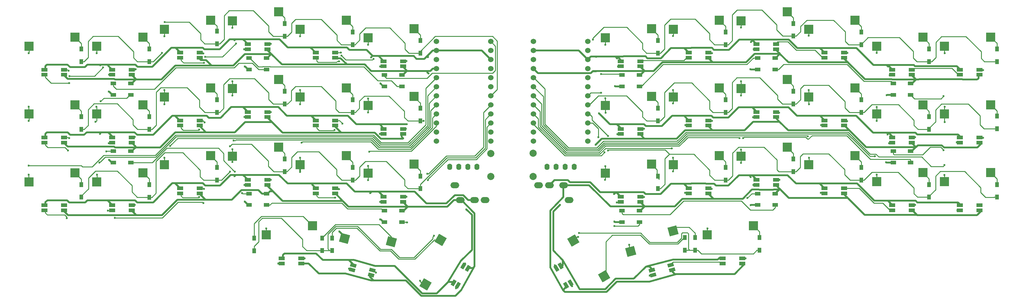
<source format=gbl>
G04 #@! TF.GenerationSoftware,KiCad,Pcbnew,(6.0.7)*
G04 #@! TF.CreationDate,2022-09-24T11:59:02+09:00*
G04 #@! TF.ProjectId,corne-cherry,636f726e-652d-4636-9865-7272792e6b69,3.0.1*
G04 #@! TF.SameCoordinates,Original*
G04 #@! TF.FileFunction,Copper,L2,Bot*
G04 #@! TF.FilePolarity,Positive*
%FSLAX46Y46*%
G04 Gerber Fmt 4.6, Leading zero omitted, Abs format (unit mm)*
G04 Created by KiCad (PCBNEW (6.0.7)) date 2022-09-24 11:59:02*
%MOMM*%
%LPD*%
G01*
G04 APERTURE LIST*
G04 Aperture macros list*
%AMRotRect*
0 Rectangle, with rotation*
0 The origin of the aperture is its center*
0 $1 length*
0 $2 width*
0 $3 Rotation angle, in degrees counterclockwise*
0 Add horizontal line*
21,1,$1,$2,0,0,$3*%
G04 Aperture macros list end*
G04 #@! TA.AperFunction,ComponentPad*
%ADD10C,1.524000*%
G04 #@! TD*
G04 #@! TA.AperFunction,ComponentPad*
%ADD11C,2.000000*%
G04 #@! TD*
G04 #@! TA.AperFunction,ComponentPad*
%ADD12O,1.397000X1.778000*%
G04 #@! TD*
G04 #@! TA.AperFunction,ComponentPad*
%ADD13O,2.500000X1.700000*%
G04 #@! TD*
G04 #@! TA.AperFunction,SMDPad,CuDef*
%ADD14RotRect,2.550000X2.500000X240.000000*%
G04 #@! TD*
G04 #@! TA.AperFunction,SMDPad,CuDef*
%ADD15RotRect,2.550000X2.500000X120.000000*%
G04 #@! TD*
G04 #@! TA.AperFunction,SMDPad,CuDef*
%ADD16R,1.500000X1.000000*%
G04 #@! TD*
G04 #@! TA.AperFunction,SMDPad,CuDef*
%ADD17RotRect,1.700000X1.000000X345.000000*%
G04 #@! TD*
G04 #@! TA.AperFunction,SMDPad,CuDef*
%ADD18R,1.700000X1.000000*%
G04 #@! TD*
G04 #@! TA.AperFunction,SMDPad,CuDef*
%ADD19RotRect,1.700000X1.000000X60.000000*%
G04 #@! TD*
G04 #@! TA.AperFunction,SMDPad,CuDef*
%ADD20RotRect,1.700000X1.000000X15.000000*%
G04 #@! TD*
G04 #@! TA.AperFunction,SMDPad,CuDef*
%ADD21RotRect,1.700000X1.000000X300.000000*%
G04 #@! TD*
G04 #@! TA.AperFunction,SMDPad,CuDef*
%ADD22R,2.550000X2.500000*%
G04 #@! TD*
G04 #@! TA.AperFunction,SMDPad,CuDef*
%ADD23RotRect,2.550000X2.500000X165.000000*%
G04 #@! TD*
G04 #@! TA.AperFunction,SMDPad,CuDef*
%ADD24RotRect,2.550000X2.500000X195.000000*%
G04 #@! TD*
G04 #@! TA.AperFunction,SMDPad,CuDef*
%ADD25R,1.000000X1.400000*%
G04 #@! TD*
G04 #@! TA.AperFunction,ViaPad*
%ADD26C,0.600000*%
G04 #@! TD*
G04 #@! TA.AperFunction,Conductor*
%ADD27C,0.250000*%
G04 #@! TD*
G04 #@! TA.AperFunction,Conductor*
%ADD28C,0.254000*%
G04 #@! TD*
G04 #@! TA.AperFunction,Conductor*
%ADD29C,0.508000*%
G04 #@! TD*
G04 #@! TA.AperFunction,Conductor*
%ADD30C,0.500000*%
G04 #@! TD*
G04 APERTURE END LIST*
D10*
X127203900Y-31942000D03*
X127203900Y-34482000D03*
X127203900Y-37022000D03*
X127203900Y-39562000D03*
X127203900Y-42102000D03*
X127203900Y-44642000D03*
X127203900Y-47182000D03*
X127203900Y-49722000D03*
X127203900Y-52262000D03*
X127203900Y-54802000D03*
X127203900Y-57342000D03*
X127203900Y-59882000D03*
X142423900Y-59882000D03*
X142423900Y-57342000D03*
X142423900Y-54802000D03*
X142423900Y-52262000D03*
X142423900Y-49722000D03*
X142423900Y-47182000D03*
X142423900Y-44642000D03*
X142423900Y-42102000D03*
X142423900Y-39562000D03*
X142423900Y-37022000D03*
X142423900Y-34482000D03*
X142423900Y-31942000D03*
X154378900Y-31912000D03*
X154378900Y-34452000D03*
X154378900Y-36992000D03*
X154378900Y-39532000D03*
X154378900Y-42072000D03*
X154378900Y-44612000D03*
X154378900Y-47152000D03*
X154378900Y-49692000D03*
X154378900Y-52232000D03*
X154378900Y-54772000D03*
X154378900Y-57312000D03*
X154378900Y-59852000D03*
X169598900Y-59852000D03*
X169598900Y-57312000D03*
X169598900Y-54772000D03*
X169598900Y-52232000D03*
X169598900Y-49692000D03*
X169598900Y-47152000D03*
X169598900Y-44612000D03*
X169598900Y-42072000D03*
X169598900Y-39532000D03*
X169598900Y-36992000D03*
X169598900Y-34452000D03*
X169598900Y-31912000D03*
D11*
X154304500Y-63272000D03*
X154304500Y-69772000D03*
X142424500Y-63281000D03*
X142424500Y-69781000D03*
D12*
X165797500Y-67020000D03*
X163257500Y-67020000D03*
X160717500Y-67020000D03*
X158177500Y-67020000D03*
X138568500Y-67028000D03*
X136028500Y-67028000D03*
X133488500Y-67028000D03*
X130948500Y-67028000D03*
D13*
X164337500Y-76370000D03*
X162837500Y-72170000D03*
X158837500Y-72170000D03*
X155837500Y-72170000D03*
X132334500Y-72192000D03*
X133834500Y-76392000D03*
X137834500Y-76392000D03*
X140834500Y-76392000D03*
D14*
X128379091Y-87555680D03*
X124115295Y-100020790D03*
D15*
X174184909Y-97669320D03*
X165521705Y-87744210D03*
D16*
X41557500Y-43680000D03*
X41557500Y-46880000D03*
X36657500Y-43680000D03*
X36657500Y-46880000D03*
X79557500Y-36555000D03*
X79557500Y-39755000D03*
X74657500Y-36555000D03*
X74657500Y-39755000D03*
X117557500Y-41305000D03*
X117557500Y-44505000D03*
X112657500Y-41305000D03*
X112657500Y-44505000D03*
X41557500Y-62680000D03*
X41557500Y-65880000D03*
X36657500Y-62680000D03*
X36657500Y-65880000D03*
X79557500Y-74555000D03*
X79557500Y-77755000D03*
X74657500Y-74555000D03*
X74657500Y-77755000D03*
X117557500Y-79305000D03*
X117557500Y-82505000D03*
X112657500Y-79305000D03*
X112657500Y-82505000D03*
X260057500Y-43680000D03*
X260057500Y-46880000D03*
X255157500Y-43680000D03*
X255157500Y-46880000D03*
X222057500Y-36555000D03*
X222057500Y-39755000D03*
X217157500Y-36555000D03*
X217157500Y-39755000D03*
X184057500Y-41305000D03*
X184057500Y-44505000D03*
X179157500Y-41305000D03*
X179157500Y-44505000D03*
X260057500Y-62680000D03*
X260057500Y-65880000D03*
X255157500Y-62680000D03*
X255157500Y-65880000D03*
X222057500Y-74555000D03*
X222057500Y-77755000D03*
X217157500Y-74555000D03*
X217157500Y-77755000D03*
X184057500Y-79305000D03*
X184057500Y-82505000D03*
X179157500Y-79305000D03*
X179157500Y-82505000D03*
D17*
X109215579Y-96028752D03*
X108853233Y-97381048D03*
X103902987Y-94605248D03*
X103540641Y-95957544D03*
D18*
X22857500Y-39830000D03*
X22857500Y-41230000D03*
X17357500Y-39830000D03*
X17357500Y-41230000D03*
X41857500Y-39830000D03*
X41857500Y-41230000D03*
X36357500Y-39830000D03*
X36357500Y-41230000D03*
X60857500Y-35080000D03*
X60857500Y-36480000D03*
X55357500Y-35080000D03*
X55357500Y-36480000D03*
X79857500Y-32705000D03*
X79857500Y-34105000D03*
X74357500Y-32705000D03*
X74357500Y-34105000D03*
X98857500Y-35080000D03*
X98857500Y-36480000D03*
X93357500Y-35080000D03*
X93357500Y-36480000D03*
X117857500Y-37455000D03*
X117857500Y-38855000D03*
X112357500Y-37455000D03*
X112357500Y-38855000D03*
X22857500Y-58830000D03*
X22857500Y-60230000D03*
X17357500Y-58830000D03*
X17357500Y-60230000D03*
X41857500Y-58830000D03*
X41857500Y-60230000D03*
X36357500Y-58830000D03*
X36357500Y-60230000D03*
X60857500Y-54080000D03*
X60857500Y-55480000D03*
X55357500Y-54080000D03*
X55357500Y-55480000D03*
X79857500Y-51705000D03*
X79857500Y-53105000D03*
X74357500Y-51705000D03*
X74357500Y-53105000D03*
X98857500Y-54080000D03*
X98857500Y-55480000D03*
X93357500Y-54080000D03*
X93357500Y-55480000D03*
X117857500Y-56455000D03*
X117857500Y-57855000D03*
X112357500Y-56455000D03*
X112357500Y-57855000D03*
X22857500Y-77830000D03*
X22857500Y-79230000D03*
X17357500Y-77830000D03*
X17357500Y-79230000D03*
X41857500Y-77830000D03*
X41857500Y-79230000D03*
X36357500Y-77830000D03*
X36357500Y-79230000D03*
X60857500Y-73080000D03*
X60857500Y-74480000D03*
X55357500Y-73080000D03*
X55357500Y-74480000D03*
X79857500Y-70705000D03*
X79857500Y-72105000D03*
X74357500Y-70705000D03*
X74357500Y-72105000D03*
X117857500Y-75455000D03*
X117857500Y-76855000D03*
X112357500Y-75455000D03*
X112357500Y-76855000D03*
X89357500Y-92705000D03*
X89357500Y-94105000D03*
X83857500Y-92705000D03*
X83857500Y-94105000D03*
D19*
X134739903Y-94798430D03*
X135952339Y-95498430D03*
X131989903Y-99561570D03*
X133202339Y-100261570D03*
D18*
X222357500Y-51705000D03*
X222357500Y-53105000D03*
X216857500Y-51705000D03*
X216857500Y-53105000D03*
X203357500Y-54080000D03*
X203357500Y-55480000D03*
X197857500Y-54080000D03*
X197857500Y-55480000D03*
X184357500Y-56455000D03*
X184357500Y-57855000D03*
X178857500Y-56455000D03*
X178857500Y-57855000D03*
X279357500Y-77830000D03*
X279357500Y-79230000D03*
X273857500Y-77830000D03*
X273857500Y-79230000D03*
X260357500Y-77830000D03*
X260357500Y-79230000D03*
X254857500Y-77830000D03*
X254857500Y-79230000D03*
X241357500Y-73080000D03*
X241357500Y-74480000D03*
X235857500Y-73080000D03*
X235857500Y-74480000D03*
X222357500Y-70705000D03*
X222357500Y-72105000D03*
X216857500Y-70705000D03*
X216857500Y-72105000D03*
X203357500Y-73080000D03*
X203357500Y-74480000D03*
X197857500Y-73080000D03*
X197857500Y-74480000D03*
X184357500Y-75455000D03*
X184357500Y-76855000D03*
X178857500Y-75455000D03*
X178857500Y-76855000D03*
X212857500Y-92705000D03*
X212857500Y-94105000D03*
X207357500Y-92705000D03*
X207357500Y-94105000D03*
D20*
X192819013Y-94600248D03*
X193181359Y-95952544D03*
X187506421Y-96023752D03*
X187868767Y-97376048D03*
D21*
X164732097Y-99556570D03*
X163519661Y-100256570D03*
X161982097Y-94793430D03*
X160769661Y-95493430D03*
D18*
X98857500Y-73080000D03*
X98857500Y-74480000D03*
X93357500Y-73080000D03*
X93357500Y-74480000D03*
X279357500Y-39830000D03*
X279357500Y-41230000D03*
X273857500Y-39830000D03*
X273857500Y-41230000D03*
X260357500Y-39830000D03*
X260357500Y-41230000D03*
X254857500Y-39830000D03*
X254857500Y-41230000D03*
X241357500Y-35080000D03*
X241357500Y-36480000D03*
X235857500Y-35080000D03*
X235857500Y-36480000D03*
X222357500Y-32705000D03*
X222357500Y-34105000D03*
X216857500Y-32705000D03*
X216857500Y-34105000D03*
X203357500Y-35080000D03*
X203357500Y-36480000D03*
X197857500Y-35080000D03*
X197857500Y-36480000D03*
X184357500Y-37455000D03*
X184357500Y-38855000D03*
X178857500Y-37455000D03*
X178857500Y-38855000D03*
X279357500Y-58830000D03*
X279357500Y-60230000D03*
X273857500Y-58830000D03*
X273857500Y-60230000D03*
X260357500Y-58830000D03*
X260357500Y-60230000D03*
X254857500Y-58830000D03*
X254857500Y-60230000D03*
X241357500Y-54080000D03*
X241357500Y-55480000D03*
X235857500Y-54080000D03*
X235857500Y-55480000D03*
D22*
X120949500Y-28325000D03*
X108022500Y-30865000D03*
X187456500Y-47320000D03*
X174529500Y-49860000D03*
X187456500Y-66320000D03*
X174529500Y-68860000D03*
X25949500Y-68700000D03*
X13022500Y-71240000D03*
X263456500Y-68695000D03*
X250529500Y-71235000D03*
X225456500Y-61570000D03*
X212529500Y-64110000D03*
X44949500Y-68700000D03*
X32022500Y-71240000D03*
X25949500Y-49700000D03*
X13022500Y-52240000D03*
X44949500Y-49700000D03*
X32022500Y-52240000D03*
X25949500Y-30700000D03*
X13022500Y-33240000D03*
X44949500Y-30700000D03*
X32022500Y-33240000D03*
X63949500Y-25950000D03*
X51022500Y-28490000D03*
X82949500Y-23575000D03*
X70022500Y-26115000D03*
X101949500Y-25950000D03*
X89022500Y-28490000D03*
X63949500Y-44950000D03*
X51022500Y-47490000D03*
X82949500Y-42575000D03*
X70022500Y-45115000D03*
X101949500Y-44950000D03*
X89022500Y-47490000D03*
X120949500Y-47325000D03*
X108022500Y-49865000D03*
X63949500Y-63950000D03*
X51022500Y-66490000D03*
X82949500Y-61575000D03*
X70022500Y-64115000D03*
X101949500Y-63950000D03*
X89022500Y-66490000D03*
X120949500Y-66325000D03*
X108022500Y-68865000D03*
X92449500Y-83575000D03*
X79522500Y-86115000D03*
D23*
X114565239Y-88010118D03*
X101421316Y-87117815D03*
D22*
X282456500Y-30695000D03*
X269529500Y-33235000D03*
X263456500Y-30695000D03*
X250529500Y-33235000D03*
X244456500Y-25945000D03*
X231529500Y-28485000D03*
X225456500Y-23570000D03*
X212529500Y-26110000D03*
X206456500Y-25945000D03*
X193529500Y-28485000D03*
X187449500Y-28325000D03*
X174522500Y-30865000D03*
X282456500Y-49695000D03*
X269529500Y-52235000D03*
X263456500Y-49695000D03*
X250529500Y-52235000D03*
X244456500Y-44945000D03*
X231529500Y-47485000D03*
X225456500Y-42570000D03*
X212529500Y-45110000D03*
X206456500Y-44945000D03*
X193529500Y-47485000D03*
X282456500Y-68695000D03*
X269529500Y-71235000D03*
X244456500Y-63945000D03*
X231529500Y-66485000D03*
X206456500Y-63945000D03*
X193529500Y-66485000D03*
X215956500Y-83570000D03*
X203029500Y-86110000D03*
D24*
X193442638Y-84981076D03*
X181613515Y-90780281D03*
D25*
X103707500Y-48255000D03*
X103707500Y-51805000D03*
X65707500Y-48255000D03*
X65707500Y-51805000D03*
X227214500Y-26875000D03*
X227214500Y-30425000D03*
X27734500Y-34001875D03*
X27734500Y-37551875D03*
X46734500Y-34005000D03*
X46734500Y-37555000D03*
X65707500Y-29005000D03*
X65707500Y-32555000D03*
X84707500Y-26880000D03*
X84707500Y-30430000D03*
X103707500Y-29255000D03*
X103707500Y-32805000D03*
X122707500Y-31630000D03*
X122707500Y-35180000D03*
X27734500Y-53001875D03*
X27734500Y-56551875D03*
X46734500Y-53005000D03*
X46734500Y-56555000D03*
X84707500Y-45880000D03*
X84707500Y-49430000D03*
X122707500Y-50630000D03*
X122707500Y-54180000D03*
X27734500Y-72001875D03*
X27734500Y-75551875D03*
X46734500Y-72005000D03*
X46734500Y-75555000D03*
X65707500Y-67255000D03*
X65707500Y-70805000D03*
X84707500Y-64880000D03*
X84707500Y-68430000D03*
X103707500Y-67255000D03*
X103707500Y-70805000D03*
X122707500Y-69630000D03*
X122707500Y-73180000D03*
X76157500Y-86995000D03*
X76157500Y-90545000D03*
X95164500Y-86990000D03*
X95164500Y-90540000D03*
X98007500Y-86990000D03*
X98007500Y-90540000D03*
X284214500Y-34000000D03*
X284214500Y-37550000D03*
X265214500Y-34000000D03*
X265214500Y-37550000D03*
X246214500Y-29250000D03*
X246214500Y-32800000D03*
X208214500Y-29250000D03*
X208214500Y-32800000D03*
X189207500Y-31630000D03*
X189207500Y-35180000D03*
X284214500Y-52850000D03*
X284214500Y-56400000D03*
X265214500Y-53000000D03*
X265214500Y-56550000D03*
X246214500Y-48250000D03*
X246214500Y-51800000D03*
X227214500Y-45875000D03*
X227214500Y-49425000D03*
X208214500Y-48250000D03*
X208214500Y-51800000D03*
X189207500Y-50630000D03*
X189207500Y-54180000D03*
X284214500Y-72000000D03*
X284214500Y-75550000D03*
X265214500Y-72000000D03*
X265214500Y-75550000D03*
X246214500Y-67250000D03*
X246214500Y-70800000D03*
X227214500Y-64875000D03*
X227214500Y-68425000D03*
X208214500Y-67250000D03*
X208214500Y-70800000D03*
X189207500Y-69630000D03*
X189207500Y-73180000D03*
X217714500Y-86860000D03*
X217714500Y-90410000D03*
X199664500Y-86875000D03*
X199664500Y-90425000D03*
X196814500Y-86875000D03*
X196814500Y-90425000D03*
D26*
X50307500Y-35105000D03*
X51107500Y-26505000D03*
X123607500Y-54205000D03*
X124607500Y-69005000D03*
X69382500Y-61305000D03*
X69382500Y-68405000D03*
X126493737Y-86382353D03*
X124807500Y-70805000D03*
X124807500Y-36305000D03*
X111507500Y-43705000D03*
X70632500Y-31605000D03*
X73507500Y-38905000D03*
X33032500Y-38605000D03*
X35407500Y-46005000D03*
X32932500Y-57805000D03*
X35507500Y-65105000D03*
X70632500Y-69705000D03*
X73507500Y-76804998D03*
X108632500Y-74405000D03*
X111407500Y-81805000D03*
X118907500Y-55105000D03*
X126297500Y-77305000D03*
X135547500Y-78960000D03*
X108862510Y-36393716D03*
X117907500Y-59105000D03*
X124957510Y-40905000D03*
X13007500Y-35205000D03*
X13007500Y-50205000D03*
X13007500Y-54205000D03*
X13007500Y-69205000D03*
X13007500Y-66705000D03*
X32007500Y-35205000D03*
X32107500Y-69205000D03*
X31707500Y-54405000D03*
X31964840Y-50194907D03*
X32796949Y-65894449D03*
X51007500Y-30505000D03*
X51007500Y-45505000D03*
X51007500Y-49505000D03*
X51007500Y-64505000D03*
X52577078Y-61174578D03*
X70007500Y-28105000D03*
X70007500Y-43105000D03*
X70007500Y-47105000D03*
X70007500Y-62105000D03*
X70407500Y-59705000D03*
X70007500Y-65705000D03*
X79507500Y-84305000D03*
X89007500Y-30505000D03*
X89007500Y-45505000D03*
X89007500Y-49505000D03*
X89007500Y-64505000D03*
X89407500Y-60305000D03*
X89007500Y-68505000D03*
X100007500Y-85205000D03*
X108007500Y-32805000D03*
X108007500Y-47905000D03*
X108007500Y-51805000D03*
X108007500Y-66805000D03*
X108407504Y-62805000D03*
X108007500Y-70805000D03*
X122607500Y-99005000D03*
X173357500Y-46265000D03*
X171063762Y-31389024D03*
X175232500Y-58415010D03*
X175232500Y-62500000D03*
X172537500Y-58715000D03*
X167110558Y-85628058D03*
X173357500Y-41015000D03*
X269607500Y-35205000D03*
X269507500Y-69305000D03*
X269617500Y-54555000D03*
X269592510Y-50205000D03*
X269547500Y-66550000D03*
X250507500Y-35105000D03*
X250507500Y-50305000D03*
X250507500Y-54205000D03*
X250507500Y-69205000D03*
X249997500Y-64100010D03*
X231507500Y-30305000D03*
X231507500Y-45505000D03*
X231607500Y-49505000D03*
X231607500Y-64505000D03*
X231234449Y-58513051D03*
X212507500Y-28005000D03*
X212507500Y-43105000D03*
X212507500Y-47105000D03*
X212507500Y-62205000D03*
X203087500Y-84335000D03*
X212557500Y-65985000D03*
X212107500Y-59020000D03*
X193507500Y-30405000D03*
X193507500Y-45505000D03*
X193507500Y-49305000D03*
X193507500Y-64505000D03*
X193517500Y-68325000D03*
X181187500Y-88895000D03*
X193137500Y-61875000D03*
X174507500Y-32805000D03*
X174507500Y-47805000D03*
X174607500Y-51905000D03*
X174507500Y-66905000D03*
X174417500Y-70675000D03*
X166887500Y-86675000D03*
X174297500Y-63015000D03*
X171857490Y-40305000D03*
X171787500Y-60895000D03*
X171934500Y-36205000D03*
X161807500Y-77705000D03*
X177037500Y-82385000D03*
X176987500Y-74685000D03*
X215257500Y-69915000D03*
X253577500Y-58005000D03*
X253757500Y-38945000D03*
X215297500Y-32055000D03*
X177777500Y-36645000D03*
X177253436Y-44469389D03*
X215217502Y-77775000D03*
X215152490Y-39708861D03*
X253314993Y-46956653D03*
X253172490Y-65734017D03*
X172707500Y-52045000D03*
X33107500Y-48705000D03*
X34727500Y-62720000D03*
X80807500Y-32605000D03*
X62107506Y-37954990D03*
X71007500Y-32505000D03*
X62387500Y-36246952D03*
X118807500Y-37405000D03*
X99882500Y-37455000D03*
X100597500Y-35880000D03*
X109562521Y-36805000D03*
X24107500Y-40105000D03*
X24007500Y-62505000D03*
X35507500Y-41205000D03*
X42707500Y-58705000D03*
X60707500Y-56655000D03*
X61907500Y-35305000D03*
X73307500Y-34105000D03*
X80807500Y-51705000D03*
X98607500Y-56755000D03*
X100443699Y-35003426D03*
X111407500Y-38905000D03*
X118607500Y-56405000D03*
X24307500Y-59005000D03*
X23607500Y-81405000D03*
X35407500Y-60405000D03*
X42707500Y-77705000D03*
X73407500Y-53105000D03*
X80807500Y-70705000D03*
X98807500Y-75705000D03*
X100857500Y-54905000D03*
X111307500Y-57805000D03*
X118807500Y-75405000D03*
X73407500Y-72105000D03*
X90307500Y-92705000D03*
X111407500Y-76905000D03*
X135200692Y-94111767D03*
X110207500Y-96705000D03*
X82907500Y-94105000D03*
X119007500Y-82605000D03*
X132707500Y-101105000D03*
X269282500Y-47215000D03*
X269261664Y-62382960D03*
X280317500Y-39965000D03*
X272977500Y-60175000D03*
X261307500Y-58745000D03*
X254167500Y-41355002D03*
X223232169Y-51890331D03*
X216047500Y-34105000D03*
X204437500Y-35185000D03*
X196907500Y-55365000D03*
X185337500Y-56385000D03*
X178037510Y-38905000D03*
X70707500Y-68405000D03*
X72757500Y-74440000D03*
X42907500Y-39705000D03*
X33807500Y-39205000D03*
X24402733Y-41609990D03*
X24307500Y-43570010D03*
X62232510Y-54605000D03*
X60677169Y-75535331D03*
X37107500Y-81355000D03*
X35107500Y-79305000D03*
X61907500Y-77205000D03*
X62032510Y-73205000D03*
X99907500Y-73305000D03*
X102707500Y-95605000D03*
X214327500Y-75765000D03*
X213147500Y-58980002D03*
X160337500Y-94635000D03*
X177042490Y-83655000D03*
X280367500Y-58895000D03*
X273117500Y-79255000D03*
X261327500Y-77755000D03*
X254007500Y-60425000D03*
X242277500Y-54295000D03*
X234907500Y-74355000D03*
X223267169Y-70725331D03*
X215897500Y-53155000D03*
X204397500Y-54145000D03*
X196857500Y-74365000D03*
X185367500Y-75525000D03*
X177937500Y-57865000D03*
X213767500Y-92735000D03*
X216007500Y-72135000D03*
X204327500Y-73235000D03*
X186947500Y-97485000D03*
X165207500Y-100455000D03*
X177707500Y-77035000D03*
X242337500Y-35145000D03*
X234977500Y-55355000D03*
D27*
X122707500Y-34667319D02*
X122707500Y-35180000D01*
X142907500Y-30505000D02*
X126869819Y-30505000D01*
X126869819Y-30505000D02*
X122707500Y-34667319D01*
X144207500Y-31805000D02*
X142907500Y-30505000D01*
X144207500Y-45398400D02*
X144207500Y-31805000D01*
X142423900Y-47182000D02*
X144207500Y-45398400D01*
X42307500Y-36505000D02*
X43357500Y-37555000D01*
X42307500Y-34805000D02*
X42307500Y-36505000D01*
X38007500Y-30505000D02*
X42307500Y-34805000D01*
X29607500Y-31905000D02*
X31007500Y-30505000D01*
X29607500Y-36428875D02*
X29607500Y-31905000D01*
X43357500Y-37555000D02*
X46734500Y-37555000D01*
X31007500Y-30505000D02*
X38007500Y-30505000D01*
X28484500Y-37551875D02*
X29607500Y-36428875D01*
X27734500Y-37551875D02*
X28484500Y-37551875D01*
X47857500Y-37555000D02*
X50307500Y-35105000D01*
X46734500Y-37555000D02*
X47857500Y-37555000D01*
X62257500Y-32555000D02*
X61107500Y-31405000D01*
X61107500Y-31405000D02*
X61107500Y-29705000D01*
X65707500Y-32555000D02*
X62257500Y-32555000D01*
X61107500Y-29705000D02*
X57907500Y-26505000D01*
X57907500Y-26505000D02*
X51531764Y-26505000D01*
X51531764Y-26505000D02*
X51107500Y-26505000D01*
X66457500Y-32555000D02*
X67707500Y-31305000D01*
X65707500Y-32555000D02*
X66457500Y-32555000D01*
X67707500Y-31305000D02*
X67707500Y-24705000D01*
X67707500Y-24705000D02*
X69107500Y-23305000D01*
X69107500Y-23305000D02*
X75907500Y-23305000D01*
X75907500Y-23305000D02*
X80207500Y-27605000D01*
X80207500Y-27605000D02*
X80207500Y-29205000D01*
X83957500Y-30430000D02*
X84707500Y-30430000D01*
X80220686Y-29205000D02*
X81445686Y-30430000D01*
X81445686Y-30430000D02*
X83957500Y-30430000D01*
X80207500Y-29205000D02*
X80220686Y-29205000D01*
X85457500Y-30430000D02*
X86607500Y-29280000D01*
X84707500Y-30430000D02*
X85457500Y-30430000D01*
X86607500Y-29280000D02*
X86607500Y-26805000D01*
X86607500Y-26805000D02*
X87707500Y-25705000D01*
X87707500Y-25705000D02*
X94907500Y-25705000D01*
X94907500Y-25705000D02*
X99307500Y-30105000D01*
X99307500Y-30105000D02*
X99307500Y-31605000D01*
X100507500Y-32805000D02*
X103707500Y-32805000D01*
X99307500Y-31605000D02*
X100507500Y-32805000D01*
X121957500Y-35180000D02*
X122707500Y-35180000D01*
X119482500Y-35180000D02*
X121957500Y-35180000D01*
X118407500Y-34105000D02*
X119482500Y-35180000D01*
X114107500Y-28105000D02*
X118407500Y-32405000D01*
X107407500Y-28105000D02*
X114107500Y-28105000D01*
X118407500Y-32405000D02*
X118407500Y-34105000D01*
X105707500Y-29805000D02*
X107407500Y-28105000D01*
X105707500Y-31505000D02*
X105707500Y-29805000D01*
X104407500Y-32805000D02*
X105707500Y-31505000D01*
X103707500Y-32805000D02*
X104407500Y-32805000D01*
X27734500Y-32751875D02*
X27734500Y-34001875D01*
X27734500Y-32510000D02*
X27734500Y-32751875D01*
X25949500Y-30725000D02*
X27734500Y-32510000D01*
X25949500Y-30700000D02*
X25949500Y-30725000D01*
X122707500Y-54180000D02*
X122832500Y-54180000D01*
X45984500Y-56555000D02*
X46734500Y-56555000D01*
X42207500Y-55305000D02*
X43457500Y-56555000D01*
X42207500Y-53805000D02*
X42207500Y-55305000D01*
X37732501Y-49330001D02*
X42207500Y-53805000D01*
X43457500Y-56555000D02*
X45984500Y-56555000D01*
X31282499Y-49330001D02*
X37732501Y-49330001D01*
X29607500Y-51005000D02*
X31282499Y-49330001D01*
X29607500Y-55428875D02*
X29607500Y-51005000D01*
X28484500Y-56551875D02*
X29607500Y-55428875D01*
X27734500Y-56551875D02*
X28484500Y-56551875D01*
X60807500Y-50305000D02*
X62307500Y-51805000D01*
X48707500Y-46105000D02*
X49932501Y-44879999D01*
X62307500Y-51805000D02*
X65707500Y-51805000D01*
X49932501Y-44879999D02*
X57332501Y-44879999D01*
X60807500Y-48354998D02*
X60807500Y-50305000D01*
X48707500Y-55332000D02*
X48707500Y-46105000D01*
X47484500Y-56555000D02*
X48707500Y-55332000D01*
X57332501Y-44879999D02*
X60807500Y-48354998D01*
X46734500Y-56555000D02*
X47484500Y-56555000D01*
X81432500Y-49430000D02*
X84707500Y-49430000D01*
X80207500Y-46305000D02*
X80207500Y-48205000D01*
X76207500Y-42305000D02*
X80207500Y-46305000D01*
X69307500Y-42305000D02*
X76207500Y-42305000D01*
X67607500Y-44005000D02*
X69307500Y-42305000D01*
X80207500Y-48205000D02*
X81432500Y-49430000D01*
X67607500Y-50655000D02*
X67607500Y-44005000D01*
X66457500Y-51805000D02*
X67607500Y-50655000D01*
X65707500Y-51805000D02*
X66457500Y-51805000D01*
X85457500Y-49430000D02*
X86507500Y-48380000D01*
X84707500Y-49430000D02*
X85457500Y-49430000D01*
X86507500Y-48380000D02*
X86507500Y-45705000D01*
X86507500Y-45705000D02*
X87707500Y-44505000D01*
X87707500Y-44505000D02*
X94907500Y-44505000D01*
X94907500Y-44505000D02*
X99007500Y-48605000D01*
X99007500Y-48605000D02*
X99007500Y-50905000D01*
X99907500Y-51805000D02*
X103707500Y-51805000D01*
X99007500Y-50905000D02*
X99907500Y-51805000D01*
X118207500Y-51505000D02*
X118207500Y-53205000D01*
X118207500Y-53205000D02*
X119182500Y-54180000D01*
X113907500Y-47205000D02*
X118207500Y-51505000D01*
X107007500Y-47205000D02*
X113907500Y-47205000D01*
X105607500Y-48605000D02*
X107007500Y-47205000D01*
X105607500Y-50655000D02*
X105607500Y-48605000D01*
X104457500Y-51805000D02*
X105607500Y-50655000D01*
X119182500Y-54180000D02*
X122707500Y-54180000D01*
X103707500Y-51805000D02*
X104457500Y-51805000D01*
X122707500Y-54180000D02*
X123582500Y-54180000D01*
X123582500Y-54180000D02*
X123607500Y-54205000D01*
X125007500Y-69005000D02*
X124607500Y-69005000D01*
X130007500Y-64005000D02*
X125007500Y-69005000D01*
X142423900Y-49788600D02*
X140407500Y-51805000D01*
X140407500Y-61505000D02*
X137907500Y-64005000D01*
X140407500Y-51805000D02*
X140407500Y-61505000D01*
X137907500Y-64005000D02*
X130007500Y-64005000D01*
X142423900Y-49722000D02*
X142423900Y-49788600D01*
X46734500Y-32520000D02*
X46734500Y-34005000D01*
X44949500Y-30735000D02*
X46734500Y-32520000D01*
X44949500Y-30700000D02*
X44949500Y-30735000D01*
D28*
X141661901Y-53023999D02*
X142423900Y-52262000D01*
X140859511Y-53826389D02*
X141661901Y-53023999D01*
X140859511Y-61818989D02*
X140859511Y-53826389D01*
X138173500Y-64505000D02*
X140859511Y-61818989D01*
X130180900Y-64505000D02*
X138173500Y-64505000D01*
X122707500Y-71978400D02*
X130180900Y-64505000D01*
X122707500Y-73105000D02*
X122707500Y-71978400D01*
D27*
X43357500Y-75555000D02*
X46057500Y-75555000D01*
X41907500Y-72305000D02*
X41907500Y-74105000D01*
X37807500Y-68205000D02*
X41907500Y-72305000D01*
X29707500Y-70205000D02*
X31707500Y-68205000D01*
X41907500Y-74105000D02*
X43357500Y-75555000D01*
X31707500Y-68205000D02*
X37807500Y-68205000D01*
X29707500Y-73205000D02*
X29707500Y-70205000D01*
X46057500Y-75555000D02*
X46734500Y-75555000D01*
X27734500Y-75178000D02*
X29707500Y-73205000D01*
X27734500Y-75551875D02*
X27734500Y-75178000D01*
X84707500Y-68430000D02*
X81632500Y-68430000D01*
X81632500Y-68430000D02*
X80107500Y-66905000D01*
X80107500Y-66905000D02*
X80107500Y-65405000D01*
X80107500Y-65405000D02*
X75407500Y-60705000D01*
X69982500Y-60705000D02*
X69382500Y-61305000D01*
X75407500Y-60705000D02*
X69982500Y-60705000D01*
X69382500Y-68430000D02*
X67007500Y-70805000D01*
X67007500Y-70805000D02*
X65707500Y-70805000D01*
X69382500Y-68405000D02*
X69382500Y-68430000D01*
X100707500Y-70805000D02*
X103707500Y-70805000D01*
X99207500Y-69305000D02*
X100707500Y-70805000D01*
X94207500Y-62805000D02*
X99207500Y-67805000D01*
X88207500Y-62805000D02*
X94207500Y-62805000D01*
X85282500Y-68430000D02*
X86607500Y-67105000D01*
X86607500Y-64405000D02*
X88207500Y-62805000D01*
X86607500Y-67105000D02*
X86607500Y-64405000D01*
X99207500Y-67805000D02*
X99207500Y-69305000D01*
X84707500Y-68430000D02*
X85282500Y-68430000D01*
X119182500Y-73180000D02*
X122707500Y-73180000D01*
X118307500Y-70705000D02*
X118307500Y-72305000D01*
X113107500Y-65505000D02*
X118307500Y-70705000D01*
X118307500Y-72305000D02*
X119182500Y-73180000D01*
X107307500Y-65505000D02*
X113107500Y-65505000D01*
X105707500Y-69555000D02*
X105707500Y-67105000D01*
X105707500Y-67105000D02*
X107307500Y-65505000D01*
X104457500Y-70805000D02*
X105707500Y-69555000D01*
X103707500Y-70805000D02*
X104457500Y-70805000D01*
X51035578Y-63105000D02*
X56107500Y-63105000D01*
X62007500Y-70805000D02*
X64957500Y-70805000D01*
X61007500Y-68005000D02*
X61007500Y-69805000D01*
X48607500Y-65533078D02*
X51035578Y-63105000D01*
X48607500Y-74432000D02*
X48607500Y-65533078D01*
X46734500Y-75555000D02*
X47484500Y-75555000D01*
X47484500Y-75555000D02*
X48607500Y-74432000D01*
X56107500Y-63105000D02*
X61007500Y-68005000D01*
X61007500Y-69805000D02*
X62007500Y-70805000D01*
X64957500Y-70805000D02*
X65707500Y-70805000D01*
X65707500Y-27623000D02*
X65707500Y-29005000D01*
X64034500Y-25950000D02*
X65707500Y-27623000D01*
X63949500Y-25950000D02*
X64034500Y-25950000D01*
X95164500Y-90540000D02*
X98007500Y-90540000D01*
D28*
X141313522Y-62007046D02*
X138315568Y-65005000D01*
X138315568Y-65005000D02*
X130607500Y-65005000D01*
X141313522Y-55912378D02*
X141313522Y-62007046D01*
X142423900Y-54802000D02*
X141313522Y-55912378D01*
D27*
X130357500Y-65005000D02*
X130607500Y-65005000D01*
X124807500Y-70555000D02*
X130357500Y-65005000D01*
X124807500Y-70805000D02*
X124807500Y-70555000D01*
X126193738Y-87218762D02*
X126193738Y-86682352D01*
X111493900Y-90154990D02*
X114557490Y-90154990D01*
X120957511Y-92454989D02*
X126193738Y-87218762D01*
X97257500Y-90540000D02*
X96807500Y-90090000D01*
X116857489Y-92454989D02*
X120957511Y-92454989D01*
X114557490Y-90154990D02*
X116857489Y-92454989D01*
X98993920Y-83754989D02*
X105093900Y-83754989D01*
X126193738Y-86682352D02*
X126493737Y-86382353D01*
X105093900Y-83754989D02*
X111493900Y-90154990D01*
X96807500Y-85941410D02*
X98993920Y-83754989D01*
X96807500Y-90090000D02*
X96807500Y-85941410D01*
X98007500Y-90540000D02*
X97257500Y-90540000D01*
X95207500Y-90540000D02*
X95164500Y-90540000D01*
X90842500Y-90540000D02*
X95207500Y-90540000D01*
X89707500Y-87405000D02*
X89707500Y-89405000D01*
X89707500Y-89405000D02*
X90842500Y-90540000D01*
X83707500Y-81405000D02*
X89707500Y-87405000D01*
X77407500Y-82405000D02*
X78407500Y-81405000D01*
X76157500Y-89295000D02*
X77407500Y-88045000D01*
X77407500Y-88045000D02*
X77407500Y-82405000D01*
X78407500Y-81405000D02*
X83707500Y-81405000D01*
X76157500Y-90545000D02*
X76157500Y-89295000D01*
X82979500Y-23575000D02*
X84707500Y-25303000D01*
X84707500Y-25303000D02*
X84707500Y-26880000D01*
X82949500Y-23575000D02*
X82979500Y-23575000D01*
X103707500Y-27753000D02*
X103707500Y-29255000D01*
X101949500Y-25995000D02*
X103707500Y-27753000D01*
X101949500Y-25950000D02*
X101949500Y-25995000D01*
X122707500Y-30103000D02*
X122707500Y-31630000D01*
X120949500Y-28345000D02*
X122707500Y-30103000D01*
X120949500Y-28325000D02*
X120949500Y-28345000D01*
X27734500Y-51440000D02*
X27734500Y-53001875D01*
X25994500Y-49700000D02*
X27734500Y-51440000D01*
X25949500Y-49700000D02*
X25994500Y-49700000D01*
X46734500Y-51450000D02*
X46734500Y-53005000D01*
X44984500Y-49700000D02*
X46734500Y-51450000D01*
X44949500Y-49700000D02*
X44984500Y-49700000D01*
X64044500Y-44950000D02*
X65707500Y-46613000D01*
X63949500Y-44950000D02*
X64044500Y-44950000D01*
X65707500Y-46613000D02*
X65707500Y-48255000D01*
X82999500Y-42575000D02*
X84707500Y-44283000D01*
X84707500Y-44283000D02*
X84707500Y-45880000D01*
X82949500Y-42575000D02*
X82999500Y-42575000D01*
X101949500Y-45045000D02*
X103707500Y-46803000D01*
X101949500Y-44950000D02*
X101949500Y-45045000D01*
X103707500Y-46803000D02*
X103707500Y-48255000D01*
X120949500Y-47447000D02*
X122707500Y-49205000D01*
X122707500Y-49205000D02*
X122707500Y-50630000D01*
X120949500Y-47325000D02*
X120949500Y-47447000D01*
X27734500Y-70500000D02*
X27734500Y-72001875D01*
X25949500Y-68715000D02*
X27734500Y-70500000D01*
X25949500Y-68700000D02*
X25949500Y-68715000D01*
X45014500Y-68700000D02*
X46734500Y-70420000D01*
X46734500Y-70420000D02*
X46734500Y-72005000D01*
X44949500Y-68700000D02*
X45014500Y-68700000D01*
X65707500Y-65713000D02*
X65707500Y-67255000D01*
X63949500Y-63955000D02*
X65707500Y-65713000D01*
X63949500Y-63950000D02*
X63949500Y-63955000D01*
X84707500Y-63313000D02*
X84707500Y-64880000D01*
X82969500Y-61575000D02*
X84707500Y-63313000D01*
X82949500Y-61575000D02*
X82969500Y-61575000D01*
X103707500Y-65753000D02*
X103707500Y-67255000D01*
X101949500Y-63995000D02*
X103707500Y-65753000D01*
X101949500Y-63950000D02*
X101949500Y-63995000D01*
X122707500Y-68133000D02*
X122707500Y-69630000D01*
X120949500Y-66375000D02*
X122707500Y-68133000D01*
X120949500Y-66325000D02*
X120949500Y-66375000D01*
X92449500Y-83547000D02*
X92449500Y-83575000D01*
X89857490Y-80954990D02*
X92449500Y-83547000D01*
X78157510Y-80954990D02*
X89857490Y-80954990D01*
X76157500Y-82955000D02*
X78157510Y-80954990D01*
X76157500Y-86995000D02*
X76157500Y-82955000D01*
X114565239Y-86716023D02*
X114565239Y-88010118D01*
X95164500Y-86948000D02*
X98907500Y-83205000D01*
X98907500Y-83205000D02*
X111054216Y-83205000D01*
X95164500Y-86990000D02*
X95164500Y-86948000D01*
X111054216Y-83205000D02*
X114565239Y-86716023D01*
X126556820Y-87555680D02*
X128379091Y-87555680D01*
X121207500Y-92905000D02*
X126556820Y-87555680D01*
X116607500Y-92905000D02*
X121207500Y-92905000D01*
X114307501Y-90605001D02*
X116607500Y-92905000D01*
X98007500Y-86990000D02*
X98007500Y-85377820D01*
X99180320Y-84205000D02*
X104907500Y-84205000D01*
X111307500Y-90605001D02*
X114307501Y-90605001D01*
X98007500Y-85377820D02*
X99180320Y-84205000D01*
X104907500Y-84205000D02*
X111307500Y-90605001D01*
D29*
X139883900Y-34482000D02*
X142423900Y-37022000D01*
X127203900Y-34482000D02*
X139883900Y-34482000D01*
D27*
X17324500Y-59274000D02*
X17274500Y-59224000D01*
D28*
X36238511Y-59019989D02*
X36204499Y-59054001D01*
D30*
X111007500Y-36005000D02*
X109307500Y-36005000D01*
X107607500Y-34305000D02*
X102807500Y-34305000D01*
X102807500Y-34305000D02*
X102107500Y-33605000D01*
X112457500Y-37455000D02*
X111007500Y-36005000D01*
X109307500Y-36005000D02*
X107607500Y-34305000D01*
X112657500Y-37455000D02*
X112457500Y-37455000D01*
X102107500Y-33605000D02*
X90907500Y-33605000D01*
X91907500Y-33605000D02*
X93382500Y-35080000D01*
X93382500Y-35080000D02*
X93657500Y-35080000D01*
X90907500Y-33605000D02*
X91907500Y-33605000D01*
X74407500Y-32705000D02*
X74657500Y-32705000D01*
X73007500Y-31305000D02*
X74407500Y-32705000D01*
X72107500Y-31305000D02*
X73007500Y-31305000D01*
X55482500Y-35080000D02*
X55657500Y-35080000D01*
X54107500Y-33705000D02*
X55482500Y-35080000D01*
X53907500Y-33705000D02*
X54107500Y-33705000D01*
X36332500Y-39830000D02*
X36657500Y-39830000D01*
X35107500Y-38605000D02*
X36332500Y-39830000D01*
X35107500Y-38405000D02*
X35107500Y-38605000D01*
X34707500Y-38405000D02*
X35107500Y-38405000D01*
X85307500Y-52705000D02*
X82907500Y-50305000D01*
X112657500Y-56455000D02*
X112457500Y-56455000D01*
X91907500Y-52705000D02*
X85307500Y-52705000D01*
X92107500Y-52705000D02*
X93482500Y-54080000D01*
X93482500Y-54080000D02*
X93657500Y-54080000D01*
X91907500Y-52705000D02*
X92107500Y-52705000D01*
X82907500Y-50305000D02*
X72707500Y-50305000D01*
X74407500Y-51705000D02*
X74657500Y-51705000D01*
X73007500Y-50305000D02*
X74407500Y-51705000D01*
X72707500Y-50305000D02*
X73007500Y-50305000D01*
X55282500Y-54080000D02*
X55657500Y-54080000D01*
X53907500Y-52705000D02*
X55282500Y-54080000D01*
X36632500Y-58830000D02*
X36657500Y-58830000D01*
X35207500Y-57405000D02*
X36632500Y-58830000D01*
X35707500Y-57405000D02*
X35207500Y-57405000D01*
X120807500Y-36005000D02*
X111007500Y-36005000D01*
X121607500Y-36805000D02*
X120807500Y-36005000D01*
X123803270Y-36805000D02*
X121607500Y-36805000D01*
X127203900Y-34482000D02*
X126126270Y-34482000D01*
X124805385Y-36302885D02*
X124807500Y-36305000D01*
X124805385Y-35802885D02*
X124805385Y-36302885D01*
X126126270Y-34482000D02*
X124805385Y-35802885D01*
X124805385Y-35802885D02*
X123803270Y-36805000D01*
X85507500Y-71705000D02*
X83107500Y-69305000D01*
X55382500Y-73080000D02*
X55657500Y-73080000D01*
X53907500Y-71605000D02*
X55382500Y-73080000D01*
X53607500Y-71605000D02*
X53907500Y-71605000D01*
X36432500Y-77830000D02*
X36657500Y-77830000D01*
X35107500Y-76505000D02*
X36432500Y-77830000D01*
X35107500Y-76405000D02*
X35107500Y-76505000D01*
X83107500Y-69305000D02*
X73007500Y-69305000D01*
X74307500Y-70605000D02*
X74307500Y-70705000D01*
X73007500Y-69305000D02*
X74307500Y-70605000D01*
X92407500Y-71705000D02*
X85507500Y-71705000D01*
X93482500Y-73080000D02*
X93657500Y-73080000D01*
X92407500Y-72005000D02*
X93482500Y-73080000D01*
X92407500Y-71705000D02*
X92407500Y-72005000D01*
X112457500Y-75455000D02*
X112657500Y-75455000D01*
X111007500Y-74005000D02*
X112457500Y-75455000D01*
X110607500Y-74005000D02*
X111007500Y-74005000D01*
X112307500Y-44505000D02*
X112657500Y-44505000D01*
X111507500Y-43705000D02*
X112307500Y-44505000D01*
X70807500Y-31430000D02*
X70632500Y-31605000D01*
X70807500Y-31305000D02*
X70807500Y-31430000D01*
X72107500Y-31305000D02*
X70807500Y-31305000D01*
X73607500Y-38905000D02*
X74457500Y-39755000D01*
X74457500Y-39755000D02*
X74657500Y-39755000D01*
X73507500Y-38905000D02*
X73607500Y-38905000D01*
X33207500Y-38430000D02*
X33032500Y-38605000D01*
X33207500Y-38405000D02*
X33207500Y-38430000D01*
X36382500Y-46880000D02*
X36657500Y-46880000D01*
X35507500Y-46005000D02*
X36382500Y-46880000D01*
X35407500Y-46005000D02*
X35507500Y-46005000D01*
X33007500Y-57405000D02*
X33007500Y-57730000D01*
X35707500Y-57405000D02*
X33007500Y-57405000D01*
X33007500Y-57730000D02*
X32932500Y-57805000D01*
X35507500Y-65105000D02*
X36407500Y-66005000D01*
X70907500Y-69305000D02*
X70907500Y-69430000D01*
X70907500Y-69430000D02*
X70632500Y-69705000D01*
X73007500Y-69305000D02*
X70907500Y-69305000D01*
X74507500Y-77905000D02*
X74507500Y-77804998D01*
X74507500Y-77804998D02*
X73807499Y-77104997D01*
X73807499Y-77104997D02*
X73507500Y-76804998D01*
X108907500Y-74130000D02*
X108632500Y-74405000D01*
X108907500Y-74005000D02*
X108907500Y-74130000D01*
X110607500Y-74005000D02*
X108907500Y-74005000D01*
X111607500Y-81805000D02*
X112407500Y-82605000D01*
X111407500Y-81805000D02*
X111607500Y-81805000D01*
X102489110Y-93123390D02*
X102633262Y-93123390D01*
X102633262Y-93123390D02*
X104192765Y-94682893D01*
X130604262Y-99301762D02*
X132139903Y-99301762D01*
X130507500Y-99205000D02*
X130604262Y-99301762D01*
X111507500Y-55105000D02*
X111407500Y-55205000D01*
X118907500Y-55105000D02*
X111507500Y-55105000D01*
X112457500Y-56455000D02*
X111407500Y-55205000D01*
X102357499Y-52705000D02*
X91907500Y-52705000D01*
X104757499Y-55105000D02*
X102357499Y-52705000D01*
X111507500Y-55105000D02*
X104757499Y-55105000D01*
X130007500Y-77305000D02*
X126721764Y-77305000D01*
X137834500Y-76392000D02*
X136084500Y-76392000D01*
X121057500Y-74005000D02*
X124357500Y-77305000D01*
X132307500Y-75005000D02*
X130007500Y-77305000D01*
X134697500Y-75005000D02*
X132307500Y-75005000D01*
X136084500Y-76392000D02*
X134697500Y-75005000D01*
X126721764Y-77305000D02*
X126297500Y-77305000D01*
X110607500Y-74005000D02*
X121057500Y-74005000D01*
X125873236Y-77305000D02*
X126297500Y-77305000D01*
X124357500Y-77305000D02*
X125873236Y-77305000D01*
X135587500Y-78960000D02*
X135547500Y-78960000D01*
X130507500Y-99205000D02*
X134064257Y-93361757D01*
X127302511Y-102504989D02*
X130507500Y-99300000D01*
X123207489Y-102504989D02*
X127302511Y-102504989D01*
X115507500Y-94805000D02*
X123207489Y-102504989D01*
X110007500Y-94805000D02*
X115507500Y-94805000D01*
X104107500Y-93105000D02*
X110007500Y-94805000D01*
X130507500Y-99300000D02*
X130507500Y-99205000D01*
X102489110Y-93123390D02*
X104107500Y-93105000D01*
X83232500Y-31305000D02*
X72107500Y-31305000D01*
X85532500Y-33605000D02*
X83232500Y-31305000D01*
X90907500Y-33605000D02*
X85532500Y-33605000D01*
X61702500Y-33705000D02*
X53907500Y-33705000D01*
X62127499Y-34129999D02*
X61702500Y-33705000D01*
X66482501Y-34129999D02*
X62127499Y-34129999D01*
X67907500Y-32705000D02*
X66482501Y-34129999D01*
X70807500Y-31305000D02*
X69267502Y-31305000D01*
X67907500Y-32665002D02*
X67907500Y-32705000D01*
X69267502Y-31305000D02*
X67907500Y-32665002D01*
X34407500Y-38405000D02*
X33207500Y-38405000D01*
X42862500Y-38405000D02*
X34407500Y-38405000D01*
X43462500Y-39005000D02*
X42862500Y-38405000D01*
X47594502Y-39005000D02*
X43462500Y-39005000D01*
X52894502Y-33705000D02*
X47594502Y-39005000D01*
X53907500Y-33705000D02*
X52894502Y-33705000D01*
X18082500Y-38405000D02*
X17657500Y-38830000D01*
X24532500Y-39105000D02*
X23832500Y-38405000D01*
X23832500Y-38405000D02*
X18082500Y-38405000D01*
X28699439Y-39105000D02*
X24532500Y-39105000D01*
X17657500Y-38830000D02*
X17657500Y-39830000D01*
X29399439Y-38405000D02*
X28699439Y-39105000D01*
X33207500Y-38405000D02*
X29399439Y-38405000D01*
X18082500Y-57405000D02*
X17657500Y-57830000D01*
X17657500Y-57830000D02*
X17657500Y-58830000D01*
X23882500Y-57405000D02*
X18082500Y-57405000D01*
X24582500Y-58105000D02*
X23882500Y-57405000D01*
X28491377Y-58105000D02*
X24582500Y-58105000D01*
X29191377Y-57405000D02*
X28491377Y-58105000D01*
X33007500Y-57405000D02*
X29191377Y-57405000D01*
X42632500Y-57405000D02*
X35707500Y-57405000D01*
X47807500Y-58105000D02*
X43332500Y-58105000D01*
X43332500Y-58105000D02*
X42632500Y-57405000D01*
X53207500Y-52705000D02*
X47807500Y-58105000D01*
X53907500Y-52705000D02*
X53207500Y-52705000D01*
X62402501Y-72255001D02*
X61752500Y-71605000D01*
X61752500Y-71605000D02*
X53607500Y-71605000D01*
X66557499Y-72255001D02*
X62402501Y-72255001D01*
X69507500Y-69305000D02*
X66557499Y-72255001D01*
X70907500Y-69305000D02*
X69507500Y-69305000D01*
X42742500Y-76405000D02*
X35107500Y-76405000D01*
X43342501Y-77005001D02*
X42742500Y-76405000D01*
X47807499Y-77005001D02*
X43342501Y-77005001D01*
X53207500Y-71605000D02*
X47807499Y-77005001D01*
X53607500Y-71605000D02*
X53207500Y-71605000D01*
X17657500Y-76955000D02*
X17657500Y-77830000D01*
X18207500Y-76405000D02*
X17657500Y-76955000D01*
X24322500Y-77005000D02*
X23722500Y-76405000D01*
X28807500Y-77005000D02*
X24322500Y-77005000D01*
X29407500Y-76405000D02*
X28807500Y-77005000D01*
X23722500Y-76405000D02*
X18207500Y-76405000D01*
X35107500Y-76405000D02*
X29407500Y-76405000D01*
X93507500Y-91305000D02*
X95325890Y-93123390D01*
X84663750Y-91305000D02*
X93507500Y-91305000D01*
X84596247Y-91344990D02*
X84623760Y-91344990D01*
X84623760Y-91344990D02*
X84663750Y-91305000D01*
X84297490Y-91643747D02*
X84596247Y-91344990D01*
X84297490Y-91671260D02*
X84297490Y-91643747D01*
X84157500Y-91811250D02*
X84297490Y-91671260D01*
X95325890Y-93123390D02*
X102489110Y-93123390D01*
X84157500Y-92705000D02*
X84157500Y-91811250D01*
X62857500Y-52705000D02*
X53907500Y-52705000D01*
X63457500Y-53305000D02*
X62857500Y-52705000D01*
X72707500Y-50305000D02*
X69707500Y-50305000D01*
X135587500Y-78960000D02*
X137137500Y-80510000D01*
X137137500Y-90288514D02*
X137137500Y-80510000D01*
X134064257Y-93361757D02*
X137137500Y-90288514D01*
X69707500Y-50305000D02*
X66707500Y-53305000D01*
X66707500Y-53305000D02*
X63457500Y-53305000D01*
X108907500Y-74005000D02*
X104307500Y-74005000D01*
X104307500Y-74005000D02*
X102007500Y-71705000D01*
X92407500Y-71705000D02*
X102007500Y-71705000D01*
X109307500Y-36005000D02*
X109251226Y-36005000D01*
X109251226Y-36005000D02*
X109162509Y-36093717D01*
X109162509Y-36093717D02*
X108862510Y-36393716D01*
X42407500Y-41905000D02*
X43007500Y-42505000D01*
X41732500Y-41230000D02*
X42407500Y-41905000D01*
X41557500Y-41230000D02*
X41732500Y-41230000D01*
X42607500Y-42905000D02*
X43007500Y-42505000D01*
X41832500Y-43680000D02*
X42607500Y-42905000D01*
X41557500Y-43680000D02*
X41832500Y-43680000D01*
X80907500Y-35405000D02*
X80707500Y-35405000D01*
X80807500Y-35305000D02*
X80707500Y-35405000D01*
X80807500Y-35280000D02*
X80807500Y-35305000D01*
X79632500Y-34105000D02*
X80807500Y-35280000D01*
X79557500Y-34105000D02*
X79632500Y-34105000D01*
X80907500Y-35505000D02*
X80907500Y-35405000D01*
X79857500Y-36555000D02*
X80907500Y-35505000D01*
X79557500Y-36555000D02*
X79857500Y-36555000D01*
X117557500Y-41305000D02*
X117607500Y-41305000D01*
X118907500Y-40105000D02*
X117657500Y-38855000D01*
X117657500Y-38855000D02*
X117557500Y-38855000D01*
X118907500Y-40205000D02*
X118907500Y-40105000D01*
X117807500Y-41305000D02*
X118907500Y-40205000D01*
X117557500Y-41305000D02*
X117807500Y-41305000D01*
X125483270Y-40205000D02*
X126126270Y-39562000D01*
X126126270Y-39562000D02*
X127203900Y-39562000D01*
X43107500Y-80605000D02*
X43407500Y-80605000D01*
X41732500Y-79230000D02*
X43107500Y-80605000D01*
X41557500Y-79230000D02*
X41732500Y-79230000D01*
X132084500Y-76392000D02*
X130271500Y-78205000D01*
X133834500Y-76392000D02*
X132084500Y-76392000D01*
X130271500Y-78205000D02*
X119707500Y-78205000D01*
X117757500Y-76855000D02*
X117557500Y-76855000D01*
X119107500Y-78205000D02*
X117757500Y-76855000D01*
X119707500Y-78205000D02*
X119407500Y-78205000D01*
X119407500Y-78205000D02*
X119107500Y-78205000D01*
X117657500Y-79205000D02*
X117557500Y-79305000D01*
X118107500Y-79205000D02*
X117657500Y-79205000D01*
X119107500Y-78205000D02*
X118107500Y-79205000D01*
X124607500Y-40205000D02*
X125483270Y-40205000D01*
X42907500Y-61605000D02*
X41832500Y-62680000D01*
X41832500Y-62680000D02*
X41557500Y-62680000D01*
X43707500Y-61605000D02*
X42907500Y-61605000D01*
X136155577Y-95405000D02*
X135802339Y-95758238D01*
X137407500Y-95405000D02*
X136155577Y-95405000D01*
X137887500Y-94925000D02*
X137407500Y-95405000D01*
X117407500Y-58605000D02*
X117407500Y-58405000D01*
X117557500Y-57855000D02*
X117407500Y-58405000D01*
X117907500Y-59105000D02*
X117407500Y-58605000D01*
X41732500Y-60230000D02*
X41557500Y-60230000D01*
X42907500Y-61405000D02*
X41732500Y-60230000D01*
X42907500Y-61605000D02*
X42907500Y-61405000D01*
X22632500Y-79230000D02*
X22557500Y-79230000D01*
X24007500Y-80605000D02*
X22632500Y-79230000D01*
X43407500Y-80605000D02*
X24007500Y-80605000D01*
X101607500Y-57505000D02*
X101007500Y-57505000D01*
X101007500Y-57505000D02*
X100307500Y-57505000D01*
X98557500Y-55555000D02*
X100507500Y-57505000D01*
X100507500Y-57505000D02*
X100107500Y-57105000D01*
X98557500Y-55480000D02*
X98557500Y-55555000D01*
X124657511Y-40605001D02*
X124957510Y-40905000D01*
X124607500Y-40554990D02*
X124657511Y-40605001D01*
X124607500Y-40205000D02*
X124607500Y-40554990D01*
X64107500Y-38705000D02*
X64107500Y-38594996D01*
X61232498Y-37154998D02*
X60557500Y-36480000D01*
X64107500Y-38594996D02*
X62667502Y-37154998D01*
X62667502Y-37154998D02*
X61232498Y-37154998D01*
X62407500Y-38705000D02*
X64107500Y-38705000D01*
X54007500Y-38705000D02*
X50107500Y-42605000D01*
X62407500Y-38705000D02*
X54007500Y-38705000D01*
X43107500Y-42605000D02*
X43007500Y-42505000D01*
X50107500Y-42605000D02*
X43107500Y-42605000D01*
X54007500Y-57405000D02*
X49807500Y-61605000D01*
X60682500Y-55480000D02*
X62607500Y-57405000D01*
X60557500Y-55480000D02*
X60682500Y-55480000D01*
X49807500Y-61605000D02*
X43707500Y-61605000D01*
X62607500Y-57405000D02*
X54007500Y-57405000D01*
X70307500Y-38705000D02*
X62407500Y-38705000D01*
X73507500Y-35505000D02*
X70307500Y-38705000D01*
X80707500Y-35405000D02*
X80607500Y-35505000D01*
X80607500Y-35505000D02*
X73507500Y-35505000D01*
X79707500Y-53105000D02*
X81807500Y-55205000D01*
X79557500Y-53105000D02*
X79707500Y-53105000D01*
X73607500Y-54505000D02*
X70707500Y-57405000D01*
X81107500Y-54505000D02*
X73607500Y-54505000D01*
X81807500Y-55205000D02*
X81107500Y-54505000D01*
X70707500Y-57405000D02*
X61807500Y-57405000D01*
X81207500Y-54605000D02*
X81807500Y-55205000D01*
X81007500Y-54405000D02*
X81807500Y-55205000D01*
X84107500Y-57505000D02*
X81007500Y-54405000D01*
X101007500Y-57505000D02*
X84107500Y-57505000D01*
X98882500Y-74480000D02*
X98557500Y-74480000D01*
X84107500Y-76605000D02*
X100807500Y-76605000D01*
X100807500Y-76405000D02*
X98882500Y-74480000D01*
X100807500Y-76605000D02*
X100807500Y-76405000D01*
X81407500Y-73905000D02*
X84107500Y-76605000D01*
X79607500Y-72105000D02*
X79557500Y-72105000D01*
X81407500Y-73905000D02*
X79607500Y-72105000D01*
X100907500Y-76605000D02*
X100607500Y-76605000D01*
X102507500Y-78205000D02*
X100907500Y-76605000D01*
X119707500Y-78205000D02*
X102507500Y-78205000D01*
X109907500Y-57505000D02*
X101007500Y-57505000D01*
X111607500Y-59205000D02*
X109907500Y-57505000D01*
X117807500Y-59205000D02*
X111607500Y-59205000D01*
X117907500Y-59105000D02*
X117807500Y-59205000D01*
X108563455Y-97860955D02*
X108563455Y-97303403D01*
X109586276Y-98883776D02*
X108563455Y-97860955D01*
X109565052Y-98905000D02*
X109586276Y-98883776D01*
X94207500Y-96905000D02*
X101707500Y-96905000D01*
X108907500Y-98905000D02*
X109565052Y-98905000D01*
X101707500Y-96905000D02*
X108907500Y-98905000D01*
X91407500Y-94105000D02*
X94207500Y-96905000D01*
X89057500Y-94105000D02*
X91407500Y-94105000D01*
X133834500Y-76392000D02*
X134234500Y-76392000D01*
X78307500Y-74555000D02*
X79557500Y-74555000D01*
X77307500Y-73555000D02*
X78307500Y-74555000D01*
X72572496Y-73555000D02*
X77307500Y-73555000D01*
X69822496Y-76305000D02*
X72572496Y-73555000D01*
X62107500Y-76305000D02*
X69822496Y-76305000D01*
X50339312Y-80605000D02*
X43407500Y-80605000D01*
X54639312Y-76305000D02*
X50339312Y-80605000D01*
X60682500Y-74480000D02*
X62507500Y-76305000D01*
X60557500Y-74480000D02*
X60682500Y-74480000D01*
X62507500Y-76305000D02*
X54639312Y-76305000D01*
X134104723Y-101607777D02*
X132507500Y-103205000D01*
X134110277Y-101607777D02*
X134104723Y-101607777D01*
X122907500Y-103205000D02*
X118607500Y-98905000D01*
X118607500Y-98905000D02*
X109107500Y-98905000D01*
X132507500Y-103205000D02*
X122907500Y-103205000D01*
X79912500Y-74555000D02*
X79557500Y-74555000D01*
X80562500Y-73905000D02*
X79912500Y-74555000D01*
X81407500Y-73905000D02*
X80562500Y-73905000D01*
X117128763Y-40205000D02*
X124607500Y-40205000D01*
X108907500Y-40205000D02*
X113086237Y-40205000D01*
X117118753Y-40215010D02*
X117128763Y-40205000D01*
X102082500Y-38380000D02*
X107082500Y-38380000D01*
X100333598Y-36631098D02*
X102082500Y-38380000D01*
X113096247Y-40215010D02*
X117118753Y-40215010D01*
X107082500Y-38380000D02*
X108907500Y-40205000D01*
X113086237Y-40205000D02*
X113096247Y-40215010D01*
X98708598Y-36631098D02*
X100333598Y-36631098D01*
X98557500Y-36480000D02*
X98708598Y-36631098D01*
X83882500Y-38380000D02*
X80907500Y-35405000D01*
X105227500Y-38380000D02*
X83882500Y-38380000D01*
X134234500Y-76392000D02*
X137887500Y-80045000D01*
X137887500Y-80045000D02*
X137887500Y-94925000D01*
X137887500Y-94925000D02*
X134110277Y-101607777D01*
X22732500Y-60230000D02*
X22557500Y-60230000D01*
X36896237Y-61390000D02*
X23892500Y-61390000D01*
X37096247Y-61590010D02*
X36896237Y-61390000D01*
X43692510Y-61590010D02*
X37096247Y-61590010D01*
X23892500Y-61390000D02*
X22732500Y-60230000D01*
X43707500Y-61605000D02*
X43692510Y-61590010D01*
X22707500Y-41230000D02*
X22557500Y-41230000D01*
X43007500Y-42505000D02*
X42922490Y-42590010D01*
X36916237Y-42410000D02*
X23887500Y-42410000D01*
X37096247Y-42590010D02*
X36916237Y-42410000D01*
X42922490Y-42590010D02*
X37096247Y-42590010D01*
X23887500Y-42410000D02*
X22707500Y-41230000D01*
D27*
X13022500Y-35190000D02*
X13007500Y-35205000D01*
X13022500Y-33240000D02*
X13022500Y-35190000D01*
X13007500Y-52225000D02*
X13022500Y-52240000D01*
X13007500Y-50205000D02*
X13007500Y-52225000D01*
X13022500Y-54190000D02*
X13007500Y-54205000D01*
X13022500Y-52240000D02*
X13022500Y-54190000D01*
X13007500Y-71225000D02*
X13022500Y-71240000D01*
X13007500Y-69205000D02*
X13007500Y-71225000D01*
D28*
X124234502Y-45071398D02*
X124234502Y-55267658D01*
X124234502Y-55267658D02*
X120948173Y-58553987D01*
X127203900Y-42102000D02*
X124234502Y-45071398D01*
D27*
X13431764Y-66705000D02*
X13007500Y-66705000D01*
X27707500Y-66705000D02*
X13431764Y-66705000D01*
X28022500Y-67020000D02*
X27707500Y-66705000D01*
X30787500Y-67020000D02*
X28022500Y-67020000D01*
X34002500Y-63805000D02*
X30787500Y-67020000D01*
X48420688Y-63805000D02*
X34002500Y-63805000D01*
X54080720Y-58144968D02*
X48420688Y-63805000D01*
X109570843Y-58144967D02*
X54080720Y-58144968D01*
X111689829Y-60263953D02*
X109570843Y-58144967D01*
X119248547Y-60263953D02*
X111689829Y-60263953D01*
X120907500Y-58605000D02*
X119248547Y-60263953D01*
X32022500Y-35190000D02*
X32007500Y-35205000D01*
X32022500Y-33240000D02*
X32022500Y-35190000D01*
X32107500Y-71155000D02*
X32022500Y-71240000D01*
X32107500Y-69205000D02*
X32107500Y-71155000D01*
X31707500Y-54405000D02*
X32022500Y-54190000D01*
X32022500Y-54190000D02*
X32022500Y-52240000D01*
X32022500Y-50252567D02*
X31964840Y-50194907D01*
X32022500Y-52240000D02*
X32022500Y-50252567D01*
D28*
X54267950Y-58596978D02*
X48559928Y-64305000D01*
X48559928Y-64305000D02*
X45807500Y-64305000D01*
X124688510Y-47157390D02*
X124688510Y-55515201D01*
X127203900Y-44642000D02*
X124688510Y-47157390D01*
X111502599Y-60715963D02*
X109383614Y-58596978D01*
X124688510Y-55515201D02*
X119487747Y-60715964D01*
X119487747Y-60715964D02*
X111502599Y-60715963D01*
X109383614Y-58596978D02*
X54267950Y-58596978D01*
D27*
X34386398Y-64305000D02*
X33096948Y-65594450D01*
X45807500Y-64305000D02*
X34386398Y-64305000D01*
X33096948Y-65594450D02*
X32796949Y-65894449D01*
X51022500Y-30490000D02*
X51007500Y-30505000D01*
X51022500Y-28490000D02*
X51022500Y-30490000D01*
X51007500Y-47475000D02*
X51022500Y-47490000D01*
X51007500Y-45505000D02*
X51007500Y-47475000D01*
X51022500Y-49490000D02*
X51007500Y-49505000D01*
X51022500Y-47490000D02*
X51022500Y-49490000D01*
X51007500Y-66475000D02*
X51022500Y-66490000D01*
X51007500Y-64505000D02*
X51007500Y-66475000D01*
D28*
X54700667Y-59050989D02*
X52877077Y-60874579D01*
X125142521Y-49243379D02*
X125142521Y-55703259D01*
X127203900Y-47182000D02*
X125142521Y-49243379D01*
X119675805Y-61169975D02*
X111314543Y-61169975D01*
X111314543Y-61169975D02*
X109195557Y-59050989D01*
X109195557Y-59050989D02*
X54700667Y-59050989D01*
X125142521Y-55703259D02*
X119675805Y-61169975D01*
X52877077Y-60874579D02*
X52577078Y-61174578D01*
D27*
X70022500Y-28090000D02*
X70007500Y-28105000D01*
X70022500Y-26115000D02*
X70022500Y-28090000D01*
X70007500Y-45100000D02*
X70022500Y-45115000D01*
X70007500Y-43105000D02*
X70007500Y-45100000D01*
X70022500Y-47090000D02*
X70007500Y-47105000D01*
X70022500Y-45115000D02*
X70022500Y-47090000D01*
X70007500Y-64100000D02*
X70022500Y-64115000D01*
X70007500Y-62105000D02*
X70007500Y-64100000D01*
X70022500Y-65690000D02*
X70007500Y-65705000D01*
X70022500Y-64115000D02*
X70022500Y-65690000D01*
X79507500Y-86100000D02*
X79522500Y-86115000D01*
X79507500Y-84305000D02*
X79507500Y-86100000D01*
D28*
X70831764Y-59705000D02*
X70407500Y-59705000D01*
X119863862Y-61623986D02*
X111126486Y-61623986D01*
X109007500Y-59505000D02*
X71031764Y-59505000D01*
X125596532Y-55891316D02*
X119863862Y-61623986D01*
X125596532Y-51329368D02*
X125596532Y-55891316D01*
X127203900Y-49722000D02*
X125596532Y-51329368D01*
X71031764Y-59505000D02*
X70831764Y-59705000D01*
X111126486Y-61623986D02*
X109007500Y-59505000D01*
D27*
X89022500Y-30490000D02*
X89007500Y-30505000D01*
X89022500Y-28490000D02*
X89022500Y-30490000D01*
X89007500Y-47475000D02*
X89022500Y-47490000D01*
X89007500Y-45505000D02*
X89007500Y-47475000D01*
X89022500Y-49490000D02*
X89007500Y-49505000D01*
X89022500Y-47490000D02*
X89022500Y-49490000D01*
X89007500Y-66475000D02*
X89022500Y-66490000D01*
X89007500Y-64505000D02*
X89007500Y-66475000D01*
D30*
X89022500Y-68490000D02*
X89007500Y-68505000D01*
X89022500Y-66490000D02*
X89022500Y-68490000D01*
X100307499Y-85504999D02*
X100007500Y-85205000D01*
X101807500Y-87005000D02*
X100307499Y-85504999D01*
D28*
X126441901Y-53023999D02*
X127203900Y-52262000D01*
X120024919Y-62105000D02*
X126050543Y-56079376D01*
X126050543Y-56079376D02*
X126050543Y-53415357D01*
X110907500Y-62105000D02*
X120024919Y-62105000D01*
X126050543Y-53415357D02*
X126441901Y-53023999D01*
X89407500Y-60305000D02*
X89707500Y-60005000D01*
X110907500Y-62105000D02*
X108807500Y-60005000D01*
X89707500Y-60005000D02*
X108807500Y-60005000D01*
D27*
X108022500Y-32790000D02*
X108007500Y-32805000D01*
X108022500Y-30865000D02*
X108022500Y-32790000D01*
X108007500Y-49850000D02*
X108022500Y-49865000D01*
X108007500Y-47905000D02*
X108007500Y-49850000D01*
X108022500Y-51790000D02*
X108007500Y-51805000D01*
X108022500Y-49865000D02*
X108022500Y-51790000D01*
X108007500Y-68850000D02*
X108022500Y-68865000D01*
X108007500Y-66805000D02*
X108007500Y-68850000D01*
D28*
X108607504Y-62605000D02*
X108407504Y-62805000D01*
X120195953Y-62605000D02*
X108607504Y-62605000D01*
X127203900Y-55597053D02*
X120195953Y-62605000D01*
X127203900Y-54802000D02*
X127203900Y-55597053D01*
D27*
X108022500Y-70790000D02*
X108007500Y-70805000D01*
X108022500Y-68865000D02*
X108022500Y-70790000D01*
X123931085Y-100205000D02*
X124115295Y-100020790D01*
X123707500Y-100205000D02*
X123931085Y-100205000D01*
X122607500Y-99105000D02*
X123707500Y-100205000D01*
X122607500Y-99005000D02*
X122607500Y-99105000D01*
X113207500Y-42205000D02*
X112657500Y-41655000D01*
X124582512Y-42205000D02*
X113207500Y-42205000D01*
X142423900Y-31942000D02*
X143707500Y-33225600D01*
X125982512Y-40805000D02*
X124582512Y-42205000D01*
X112657500Y-41655000D02*
X112657500Y-41305000D01*
X142907500Y-40805000D02*
X125982512Y-40805000D01*
X143707500Y-40005000D02*
X142907500Y-40805000D01*
X143707500Y-33225600D02*
X143707500Y-40005000D01*
X284214500Y-32420000D02*
X284214500Y-34000000D01*
X282489500Y-30695000D02*
X284214500Y-32420000D01*
X282456500Y-30695000D02*
X282489500Y-30695000D01*
X280682500Y-37550000D02*
X284214500Y-37550000D01*
X275557500Y-30575000D02*
X279797500Y-34815000D01*
X279797500Y-34815000D02*
X279797500Y-36665000D01*
X267117500Y-32155000D02*
X268697500Y-30575000D01*
X279797500Y-36665000D02*
X280682500Y-37550000D01*
X265964500Y-37550000D02*
X267117500Y-36397000D01*
X268697500Y-30575000D02*
X275557500Y-30575000D01*
X267117500Y-36397000D02*
X267117500Y-32155000D01*
X265214500Y-37550000D02*
X265964500Y-37550000D01*
X189957500Y-35180000D02*
X191087500Y-34050000D01*
X189207500Y-35180000D02*
X189957500Y-35180000D01*
X191087500Y-34050000D02*
X191087500Y-27345000D01*
X191087500Y-27345000D02*
X192767500Y-25665000D01*
X192767500Y-25665000D02*
X199647500Y-25665000D01*
X199647500Y-25665000D02*
X203697500Y-29715000D01*
X203697500Y-29715000D02*
X203697500Y-31415000D01*
X205082500Y-32800000D02*
X208214500Y-32800000D01*
X203697500Y-31415000D02*
X205082500Y-32800000D01*
X208964500Y-32800000D02*
X210067500Y-31697000D01*
X208214500Y-32800000D02*
X208964500Y-32800000D01*
X210067500Y-28205000D02*
X210097500Y-28175000D01*
X210067500Y-31697000D02*
X210067500Y-28205000D01*
X210097500Y-28175000D02*
X210097500Y-24435000D01*
X210097500Y-24435000D02*
X211397500Y-23135000D01*
X211397500Y-23135000D02*
X218347500Y-23135000D01*
X218347500Y-23135000D02*
X222487500Y-27275000D01*
X226464500Y-30425000D02*
X227214500Y-30425000D01*
X224197500Y-30425000D02*
X226464500Y-30425000D01*
X222487500Y-28715000D02*
X224197500Y-30425000D01*
X222487500Y-27275000D02*
X222487500Y-28715000D01*
X256917500Y-30825000D02*
X259947500Y-33855000D01*
X238453498Y-25945000D02*
X241747500Y-29239002D01*
X241747500Y-31915000D02*
X242632500Y-32800000D01*
X242632500Y-32800000D02*
X246112500Y-32800000D01*
X227214500Y-30425000D02*
X227964500Y-30425000D01*
X241747500Y-29239002D02*
X241747500Y-31915000D01*
X259947500Y-33855000D02*
X259947500Y-33915000D01*
X248087500Y-30825000D02*
X256917500Y-30825000D01*
X230959498Y-25945000D02*
X238453498Y-25945000D01*
X229197500Y-29192000D02*
X229197500Y-27706998D01*
X229197500Y-27706998D02*
X230959498Y-25945000D01*
X227964500Y-30425000D02*
X229197500Y-29192000D01*
X246112500Y-32800000D02*
X248087500Y-30825000D01*
X259947500Y-33855000D02*
X260757500Y-34665000D01*
X264464500Y-37550000D02*
X265214500Y-37550000D01*
X261762500Y-37550000D02*
X264464500Y-37550000D01*
X260757500Y-36545000D02*
X261762500Y-37550000D01*
X260757500Y-34665000D02*
X260757500Y-36545000D01*
X170485900Y-46265000D02*
X173357500Y-46265000D01*
X169598900Y-47152000D02*
X170485900Y-46265000D01*
X171063762Y-30964760D02*
X174063522Y-27965000D01*
X171063762Y-31389024D02*
X171063762Y-30964760D01*
X174063522Y-27965000D02*
X180487500Y-27965000D01*
X180487500Y-27965000D02*
X184897500Y-32375000D01*
X184897500Y-32375000D02*
X184897500Y-34035000D01*
X186042500Y-35180000D02*
X189207500Y-35180000D01*
X184897500Y-34035000D02*
X186042500Y-35180000D01*
X265214500Y-32490000D02*
X265214500Y-34000000D01*
X263456500Y-30732000D02*
X265214500Y-32490000D01*
X263456500Y-30695000D02*
X263456500Y-30732000D01*
X246214500Y-27770000D02*
X246214500Y-29250000D01*
X244456500Y-26012000D02*
X246214500Y-27770000D01*
X244456500Y-25945000D02*
X244456500Y-26012000D01*
X227214500Y-25330000D02*
X227214500Y-26875000D01*
X225456500Y-23572000D02*
X227214500Y-25330000D01*
X225456500Y-23570000D02*
X225456500Y-23572000D01*
X208214500Y-27690000D02*
X208214500Y-29250000D01*
X206469500Y-25945000D02*
X208214500Y-27690000D01*
X206456500Y-25945000D02*
X206469500Y-25945000D01*
X189207500Y-30143000D02*
X189207500Y-31630000D01*
X187456500Y-28392000D02*
X189207500Y-30143000D01*
X187456500Y-28320000D02*
X187456500Y-28392000D01*
X279457500Y-55265000D02*
X280592500Y-56400000D01*
X279457500Y-52699002D02*
X279457500Y-55265000D01*
X276213498Y-49455000D02*
X279457500Y-52699002D01*
X267027500Y-51095000D02*
X268667500Y-49455000D01*
X265214500Y-56550000D02*
X265214500Y-56248000D01*
X265214500Y-56248000D02*
X267027500Y-54435000D01*
X268667500Y-49455000D02*
X276213498Y-49455000D01*
X280592500Y-56400000D02*
X284214500Y-56400000D01*
X267027500Y-54435000D02*
X267027500Y-51095000D01*
X208964500Y-51800000D02*
X210047500Y-50717000D01*
X208214500Y-51800000D02*
X208964500Y-51800000D01*
X210047500Y-50717000D02*
X210047500Y-43385000D01*
X210047500Y-43385000D02*
X211367500Y-42065000D01*
X211367500Y-42065000D02*
X217767500Y-42065000D01*
X217767500Y-42065000D02*
X222757500Y-47055000D01*
X222757500Y-47055000D02*
X222757500Y-48065000D01*
X224117500Y-49425000D02*
X227214500Y-49425000D01*
X222757500Y-48065000D02*
X224117500Y-49425000D01*
X227964500Y-49425000D02*
X229167500Y-48222000D01*
X227214500Y-49425000D02*
X227964500Y-49425000D01*
X229167500Y-48222000D02*
X229167500Y-45095000D01*
X229167500Y-45095000D02*
X230097500Y-44165000D01*
X230097500Y-44165000D02*
X237067500Y-44165000D01*
X237067500Y-44165000D02*
X241647500Y-48745000D01*
X241647500Y-48745000D02*
X241647500Y-50505000D01*
X242942500Y-51800000D02*
X246214500Y-51800000D01*
X241647500Y-50505000D02*
X242942500Y-51800000D01*
X262122500Y-56550000D02*
X265214500Y-56550000D01*
X260987500Y-53985000D02*
X260987500Y-55415000D01*
X249159500Y-49605000D02*
X256607500Y-49605000D01*
X256607500Y-49605000D02*
X260987500Y-53985000D01*
X260987500Y-55415000D02*
X262122500Y-56550000D01*
X246964500Y-51800000D02*
X249159500Y-49605000D01*
X246214500Y-51800000D02*
X246964500Y-51800000D01*
X184957500Y-53055000D02*
X186082500Y-54180000D01*
X184957500Y-51655000D02*
X184957500Y-53055000D01*
X180457500Y-47155000D02*
X184957500Y-51655000D01*
X172527500Y-47155000D02*
X180457500Y-47155000D01*
X186082500Y-54180000D02*
X189207500Y-54180000D01*
X169990500Y-49692000D02*
X172527500Y-47155000D01*
X169598900Y-49692000D02*
X169990500Y-49692000D01*
X203757500Y-50915000D02*
X204642500Y-51800000D01*
X203757500Y-48555000D02*
X203757500Y-50915000D01*
X198697500Y-43495000D02*
X203757500Y-48555000D01*
X191127500Y-46220000D02*
X193852500Y-43495000D01*
X193852500Y-43495000D02*
X198697500Y-43495000D01*
X204642500Y-51800000D02*
X208214500Y-51800000D01*
X191127500Y-53010000D02*
X191127500Y-46220000D01*
X189957500Y-54180000D02*
X191127500Y-53010000D01*
X189207500Y-54180000D02*
X189957500Y-54180000D01*
X284214500Y-51390000D02*
X284214500Y-51600000D01*
X282519500Y-49695000D02*
X284214500Y-51390000D01*
X284214500Y-51600000D02*
X284214500Y-52850000D01*
X282456500Y-49695000D02*
X282519500Y-49695000D01*
X265214500Y-51530000D02*
X265214500Y-53000000D01*
X263456500Y-49772000D02*
X265214500Y-51530000D01*
X263456500Y-49695000D02*
X263456500Y-49772000D01*
X246214500Y-46610000D02*
X246214500Y-48250000D01*
X244549500Y-44945000D02*
X246214500Y-46610000D01*
X244456500Y-44945000D02*
X244549500Y-44945000D01*
X227214500Y-44400000D02*
X227214500Y-45875000D01*
X225456500Y-42642000D02*
X227214500Y-44400000D01*
X225456500Y-42570000D02*
X225456500Y-42642000D01*
X208214500Y-46730000D02*
X208214500Y-48250000D01*
X206456500Y-44972000D02*
X208214500Y-46730000D01*
X206456500Y-44945000D02*
X206456500Y-44972000D01*
X189207500Y-49003000D02*
X189207500Y-50630000D01*
X187524500Y-47320000D02*
X189207500Y-49003000D01*
X187456500Y-47320000D02*
X187524500Y-47320000D01*
X265214500Y-75288000D02*
X265214500Y-75550000D01*
X267027500Y-69675000D02*
X267027500Y-73475000D01*
X268357500Y-68345000D02*
X267027500Y-69675000D01*
X279697500Y-72885000D02*
X275157500Y-68345000D01*
X279697500Y-74275000D02*
X279697500Y-72885000D01*
X283409500Y-75605000D02*
X281027500Y-75605000D01*
X281027500Y-75605000D02*
X279697500Y-74275000D01*
X283464500Y-75550000D02*
X283409500Y-75605000D01*
X267027500Y-73475000D02*
X265214500Y-75288000D01*
X275157500Y-68345000D02*
X268357500Y-68345000D01*
X284214500Y-75550000D02*
X283464500Y-75550000D01*
X189957500Y-73180000D02*
X191147500Y-71990000D01*
X189207500Y-73180000D02*
X189957500Y-73180000D01*
X191147500Y-71990000D02*
X191147500Y-64785000D01*
X191147500Y-64785000D02*
X192437500Y-63495000D01*
X192437500Y-63495000D02*
X199307500Y-63495000D01*
X199307500Y-63495000D02*
X203757500Y-67945000D01*
X203757500Y-67945000D02*
X203757500Y-69395000D01*
X205162500Y-70800000D02*
X208214500Y-70800000D01*
X203757500Y-69395000D02*
X205162500Y-70800000D01*
X223087500Y-68425000D02*
X227687500Y-68425000D01*
X222577500Y-67915000D02*
X223087500Y-68425000D01*
X222577500Y-65115000D02*
X222577500Y-67915000D01*
X218967500Y-61505000D02*
X222577500Y-65115000D01*
X210167500Y-63155000D02*
X211817500Y-61505000D01*
X227687500Y-68425000D02*
X227214500Y-68425000D01*
X210167500Y-69597000D02*
X210167500Y-63155000D01*
X208964500Y-70800000D02*
X210167500Y-69597000D01*
X211817500Y-61505000D02*
X218967500Y-61505000D01*
X208214500Y-70800000D02*
X208964500Y-70800000D01*
X227964500Y-68425000D02*
X229137500Y-67252000D01*
X227214500Y-68425000D02*
X227964500Y-68425000D01*
X229137500Y-67252000D02*
X229137500Y-64155000D01*
X229137500Y-64155000D02*
X229907500Y-63385000D01*
X229907500Y-63385000D02*
X237097500Y-63385000D01*
X237097500Y-63385000D02*
X241527500Y-67815000D01*
X241527500Y-67815000D02*
X241527500Y-69275000D01*
X243052500Y-70800000D02*
X246214500Y-70800000D01*
X241527500Y-69275000D02*
X243052500Y-70800000D01*
X264464500Y-75550000D02*
X265214500Y-75550000D01*
X261932500Y-75550000D02*
X264464500Y-75550000D01*
X260957500Y-74575000D02*
X261932500Y-75550000D01*
X260957500Y-72965000D02*
X260957500Y-74575000D01*
X249207500Y-68557000D02*
X256549500Y-68557000D01*
X256549500Y-68557000D02*
X260957500Y-72965000D01*
X246964500Y-70800000D02*
X249207500Y-68557000D01*
X246214500Y-70800000D02*
X246964500Y-70800000D01*
X191247500Y-62305000D02*
X192437500Y-63495000D01*
X175427500Y-62305000D02*
X191247500Y-62305000D01*
X175232500Y-62500000D02*
X175427500Y-62305000D01*
X170747500Y-53930010D02*
X175232500Y-58415010D01*
X170747500Y-52985000D02*
X170747500Y-53930010D01*
X169994500Y-52232000D02*
X170747500Y-52985000D01*
X169598900Y-52232000D02*
X169994500Y-52232000D01*
X284214500Y-70430000D02*
X284214500Y-72000000D01*
X282479500Y-68695000D02*
X284214500Y-70430000D01*
X282456500Y-68695000D02*
X282479500Y-68695000D01*
X263469500Y-68695000D02*
X265214500Y-70440000D01*
X265214500Y-70440000D02*
X265214500Y-72000000D01*
X263456500Y-68695000D02*
X263469500Y-68695000D01*
X244469500Y-63945000D02*
X246214500Y-65690000D01*
X246214500Y-65690000D02*
X246214500Y-67250000D01*
X244456500Y-63945000D02*
X244469500Y-63945000D01*
X227214500Y-63350000D02*
X227214500Y-64875000D01*
X225456500Y-61592000D02*
X227214500Y-63350000D01*
X225456500Y-61570000D02*
X225456500Y-61592000D01*
X206489500Y-63945000D02*
X208214500Y-65670000D01*
X208214500Y-65670000D02*
X208214500Y-67250000D01*
X206456500Y-63945000D02*
X206489500Y-63945000D01*
D28*
X189614500Y-70482000D02*
X188777500Y-69645000D01*
D27*
X188964728Y-67870228D02*
X188964728Y-69192990D01*
X187456500Y-66362000D02*
X188964728Y-67870228D01*
X188964728Y-69192990D02*
X188964729Y-69192991D01*
X187456500Y-66320000D02*
X187456500Y-66362000D01*
X215956500Y-83570000D02*
X216072500Y-83570000D01*
X217714500Y-85212000D02*
X217714500Y-86860000D01*
X216072500Y-83570000D02*
X217714500Y-85212000D01*
X216964500Y-90410000D02*
X215969500Y-91405000D01*
X217714500Y-90410000D02*
X216964500Y-90410000D01*
X200414500Y-90425000D02*
X199664500Y-90425000D01*
X201394500Y-91405000D02*
X200414500Y-90425000D01*
X215969500Y-91405000D02*
X201394500Y-91405000D01*
X199664500Y-90425000D02*
X198914500Y-90425000D01*
X198167500Y-90405000D02*
X196814500Y-90425000D01*
X198914500Y-90425000D02*
X198167500Y-90405000D01*
X172537500Y-56375000D02*
X172537500Y-58715000D01*
X170934500Y-54772000D02*
X172537500Y-56375000D01*
X169598900Y-54772000D02*
X170934500Y-54772000D01*
X197797500Y-90035000D02*
X198167500Y-90405000D01*
X196139498Y-85465000D02*
X197489502Y-85465000D01*
X194647500Y-88185000D02*
X195807500Y-87025000D01*
X167110558Y-85628058D02*
X184420558Y-85628058D01*
X186977500Y-88185000D02*
X194647500Y-88185000D01*
X195807500Y-87025000D02*
X195807500Y-85796998D01*
X184420558Y-85628058D02*
X186977500Y-88185000D01*
X195807500Y-85796998D02*
X196139498Y-85465000D01*
X197489502Y-85465000D02*
X197797500Y-85772998D01*
X197797500Y-85772998D02*
X197797500Y-90035000D01*
X194483671Y-83940043D02*
X197979543Y-83940043D01*
X199664500Y-85625000D02*
X199664500Y-86875000D01*
X197979543Y-83940043D02*
X199664500Y-85625000D01*
X193442638Y-84981076D02*
X194483671Y-83940043D01*
X174647500Y-97206729D02*
X174184909Y-97669320D01*
X174647500Y-88020000D02*
X174647500Y-97206729D01*
X184326089Y-86170000D02*
X176497500Y-86170000D01*
X176497500Y-86170000D02*
X174647500Y-88020000D01*
X196814500Y-86875000D02*
X196627500Y-86875000D01*
X194867489Y-88635011D02*
X186791100Y-88635011D01*
X196627500Y-86875000D02*
X194867489Y-88635011D01*
X186791100Y-88635011D02*
X184326089Y-86170000D01*
X178867500Y-41015000D02*
X179157500Y-41305000D01*
X173357500Y-41015000D02*
X178867500Y-41015000D01*
X269529500Y-35127000D02*
X269607500Y-35205000D01*
X269529500Y-33235000D02*
X269529500Y-35127000D01*
X269507500Y-71213000D02*
X269529500Y-71235000D01*
X269507500Y-69305000D02*
X269507500Y-71213000D01*
X269529500Y-54467000D02*
X269617500Y-54555000D01*
X269529500Y-52235000D02*
X269529500Y-54467000D01*
X269529500Y-52235000D02*
X269529500Y-50268010D01*
X269529500Y-50268010D02*
X269592510Y-50205000D01*
D28*
X242591479Y-57383979D02*
X243787500Y-58580000D01*
X172177110Y-61674944D02*
X173976088Y-59875966D01*
X173976088Y-59875966D02*
X194593158Y-59875966D01*
X154383900Y-42073000D02*
X154450500Y-42073000D01*
X194593158Y-59875966D02*
X197085145Y-57383979D01*
X154450500Y-42073000D02*
X157567501Y-45190001D01*
X197085145Y-57383979D02*
X242591479Y-57383979D01*
X157567501Y-45190001D02*
X157567501Y-55070001D01*
X164172444Y-61674944D02*
X172177110Y-61674944D01*
X157567501Y-55070001D02*
X164172444Y-61674944D01*
D27*
X269147500Y-66950000D02*
X269547500Y-66550000D01*
X265817500Y-66950000D02*
X269147500Y-66950000D01*
X250297501Y-63475009D02*
X251097492Y-64275000D01*
X251097492Y-64275000D02*
X263142500Y-64275000D01*
X263142500Y-64275000D02*
X265817500Y-66950000D01*
X248692509Y-63475009D02*
X250297501Y-63475009D01*
X243787500Y-58570000D02*
X248692509Y-63475009D01*
X250529500Y-35083000D02*
X250507500Y-35105000D01*
X250529500Y-33235000D02*
X250529500Y-35083000D01*
X250507500Y-52213000D02*
X250529500Y-52235000D01*
X250507500Y-50305000D02*
X250507500Y-52213000D01*
X250529500Y-54183000D02*
X250507500Y-54205000D01*
X250529500Y-52235000D02*
X250529500Y-54183000D01*
X250507500Y-71213000D02*
X250529500Y-71235000D01*
X250507500Y-69205000D02*
X250507500Y-71213000D01*
X248647510Y-64100010D02*
X249997500Y-64100010D01*
X248377500Y-63830000D02*
X248647510Y-64100010D01*
D28*
X243496865Y-58970125D02*
X243607500Y-59040000D01*
X157113491Y-47342591D02*
X157113491Y-55288059D01*
X163954387Y-62128955D02*
X172365167Y-62128955D01*
X154383900Y-44613000D02*
X157113491Y-47342591D01*
X157113491Y-55288059D02*
X163954387Y-62128955D01*
X174164145Y-60329977D02*
X194781216Y-60329976D01*
X243607500Y-59040000D02*
X248417500Y-63850000D01*
X197273203Y-57837989D02*
X242364729Y-57837989D01*
X172365167Y-62128955D02*
X174164145Y-60329977D01*
X194781216Y-60329976D02*
X197273203Y-57837989D01*
X242364729Y-57837989D02*
X243496865Y-58970125D01*
D27*
X231529500Y-30283000D02*
X231507500Y-30305000D01*
X231529500Y-28485000D02*
X231529500Y-30283000D01*
X231507500Y-47463000D02*
X231529500Y-47485000D01*
X231507500Y-45505000D02*
X231507500Y-47463000D01*
X231529500Y-49427000D02*
X231607500Y-49505000D01*
X231529500Y-47485000D02*
X231529500Y-49427000D01*
X231607500Y-66407000D02*
X231529500Y-66485000D01*
X231607500Y-64505000D02*
X231607500Y-66407000D01*
D28*
X194969272Y-60783988D02*
X197453260Y-58300000D01*
X197453260Y-58300000D02*
X231021398Y-58300000D01*
X231021398Y-58300000D02*
X231234449Y-58513051D01*
X156659480Y-49428580D02*
X156659480Y-55476116D01*
X172553225Y-62582965D02*
X174352202Y-60783988D01*
X156659480Y-55476116D02*
X163766330Y-62582966D01*
X163766330Y-62582966D02*
X172553225Y-62582965D01*
X174352202Y-60783988D02*
X194969272Y-60783988D01*
X154383900Y-47153000D02*
X156659480Y-49428580D01*
D27*
X212529500Y-27983000D02*
X212507500Y-28005000D01*
X212529500Y-26110000D02*
X212529500Y-27983000D01*
X212507500Y-45088000D02*
X212529500Y-45110000D01*
X212507500Y-43105000D02*
X212507500Y-45088000D01*
X212529500Y-47083000D02*
X212507500Y-47105000D01*
X212529500Y-45110000D02*
X212529500Y-47083000D01*
X212507500Y-64088000D02*
X212529500Y-64110000D01*
X212507500Y-62205000D02*
X212507500Y-64088000D01*
X203029500Y-84393000D02*
X203087500Y-84335000D01*
X203029500Y-86110000D02*
X203029500Y-84393000D01*
X212557500Y-64138000D02*
X212529500Y-64110000D01*
X212557500Y-65985000D02*
X212557500Y-64138000D01*
D28*
X163578273Y-63036977D02*
X172741281Y-63036977D01*
X156205469Y-51514569D02*
X156205469Y-55664173D01*
X156205469Y-55664173D02*
X163578273Y-63036977D01*
X172741281Y-63036977D02*
X174540259Y-61237999D01*
X174540259Y-61237999D02*
X195200705Y-61237999D01*
X154383900Y-49693000D02*
X156205469Y-51514569D01*
X195200705Y-61237999D02*
X196432683Y-60006021D01*
D27*
X197628704Y-58810000D02*
X211897500Y-58810000D01*
X211897500Y-58810000D02*
X212107500Y-59020000D01*
X196432683Y-60006021D02*
X197628704Y-58810000D01*
X193529500Y-30383000D02*
X193507500Y-30405000D01*
X193529500Y-28485000D02*
X193529500Y-30383000D01*
X193507500Y-47463000D02*
X193529500Y-47485000D01*
X193507500Y-45505000D02*
X193507500Y-47463000D01*
X193529500Y-49283000D02*
X193507500Y-49305000D01*
X193529500Y-47485000D02*
X193529500Y-49283000D01*
X193507500Y-66463000D02*
X193529500Y-66485000D01*
X193507500Y-64505000D02*
X193507500Y-66463000D01*
X193529500Y-68313000D02*
X193517500Y-68325000D01*
X193529500Y-66485000D02*
X193529500Y-68313000D01*
X181187500Y-90354266D02*
X181613515Y-90780281D01*
X181187500Y-88895000D02*
X181187500Y-90354266D01*
X174562509Y-61854989D02*
X192693225Y-61854989D01*
X172974749Y-63490989D02*
X172974749Y-63442749D01*
X172974749Y-63442749D02*
X174562509Y-61854989D01*
X192693225Y-61854989D02*
X192713236Y-61875000D01*
X192713236Y-61875000D02*
X193137500Y-61875000D01*
D28*
X163390217Y-63490989D02*
X172974749Y-63490989D01*
X155751460Y-53600560D02*
X155751460Y-55852232D01*
X155751460Y-55852232D02*
X163390217Y-63490989D01*
X154383900Y-52233000D02*
X155751460Y-53600560D01*
D27*
X174529500Y-32783000D02*
X174507500Y-32805000D01*
X174529500Y-30860000D02*
X174529500Y-32783000D01*
X174507500Y-49838000D02*
X174529500Y-49860000D01*
X174507500Y-47805000D02*
X174507500Y-49838000D01*
X174529500Y-51827000D02*
X174607500Y-51905000D01*
X174529500Y-49860000D02*
X174529500Y-51827000D01*
X174507500Y-68838000D02*
X174529500Y-68860000D01*
X174507500Y-66905000D02*
X174507500Y-68838000D01*
X174529500Y-70563000D02*
X174417500Y-70675000D01*
X174529500Y-68860000D02*
X174529500Y-70563000D01*
X166590915Y-86675000D02*
X165521705Y-87744210D01*
X166887500Y-86675000D02*
X166590915Y-86675000D01*
X173367500Y-63945000D02*
X174297500Y-63015000D01*
X173162804Y-63945000D02*
X173367500Y-63945000D01*
D28*
X163202160Y-63945000D02*
X173162804Y-63945000D01*
X154383900Y-55126740D02*
X163202160Y-63945000D01*
X154383900Y-54773000D02*
X154383900Y-55126740D01*
D30*
X182107500Y-40205000D02*
X183407500Y-40205000D01*
X183407500Y-40205000D02*
X185507500Y-40205000D01*
X184157500Y-38855000D02*
X184057500Y-38855000D01*
X185507500Y-40205000D02*
X184157500Y-38855000D01*
X184307500Y-41305000D02*
X184057500Y-41305000D01*
X185407500Y-40205000D02*
X184307500Y-41305000D01*
X185507500Y-40205000D02*
X185407500Y-40205000D01*
X203282500Y-36480000D02*
X203057500Y-36480000D01*
X222107500Y-34105000D02*
X222057500Y-34105000D01*
X223417510Y-35415010D02*
X222107500Y-34105000D01*
X222257500Y-36555000D02*
X222057500Y-36555000D01*
X223397490Y-35415010D02*
X222257500Y-36555000D01*
X241182500Y-36480000D02*
X241057500Y-36480000D01*
X260232500Y-41230000D02*
X260057500Y-41230000D01*
X261542510Y-42540010D02*
X260232500Y-41230000D01*
X262342510Y-42540010D02*
X261972490Y-42540010D01*
X261972490Y-42540010D02*
X261542510Y-42540010D01*
X260432500Y-43680000D02*
X260057500Y-43680000D01*
X261572490Y-42540010D02*
X260432500Y-43680000D01*
X261972490Y-42540010D02*
X261572490Y-42540010D01*
X184057500Y-57855000D02*
X184257500Y-57855000D01*
X260232500Y-60230000D02*
X260057500Y-60230000D01*
X261542510Y-61540010D02*
X260232500Y-60230000D01*
X260332500Y-62680000D02*
X260057500Y-62680000D01*
X261472490Y-61540010D02*
X260332500Y-62680000D01*
X261542510Y-61540010D02*
X261472490Y-61540010D01*
X241282500Y-55480000D02*
X241057500Y-55480000D01*
X203182500Y-55480000D02*
X203057500Y-55480000D01*
X205092510Y-56790010D02*
X205107500Y-56805000D01*
X204622490Y-56790010D02*
X205092510Y-56790010D01*
X204492510Y-56790010D02*
X203182500Y-55480000D01*
X204622490Y-56790010D02*
X204492510Y-56790010D01*
X185447490Y-59144990D02*
X184157500Y-57855000D01*
X186047490Y-59144990D02*
X185447490Y-59144990D01*
X184157500Y-57855000D02*
X184057500Y-57855000D01*
X186047490Y-59165010D02*
X186047490Y-59144990D01*
X204592510Y-37790010D02*
X203282500Y-36480000D01*
X260532500Y-79230000D02*
X260057500Y-79230000D01*
X261772490Y-80469990D02*
X260532500Y-79230000D01*
X261772490Y-80540010D02*
X261772490Y-80469990D01*
X223497490Y-73415010D02*
X225872490Y-75790010D01*
X225872490Y-75790010D02*
X242292510Y-75790010D01*
X242292510Y-75690010D02*
X241082500Y-74480000D01*
X241082500Y-74480000D02*
X241057500Y-74480000D01*
X242292510Y-75790010D02*
X242292510Y-75690010D01*
X242392510Y-75790010D02*
X247142510Y-80540010D01*
X247142510Y-80540010D02*
X261772490Y-80540010D01*
X242292510Y-75790010D02*
X242392510Y-75790010D01*
X222207500Y-72105000D02*
X222057500Y-72105000D01*
X223497490Y-73394990D02*
X222207500Y-72105000D01*
X223497490Y-73415010D02*
X223497490Y-73394990D01*
X222807500Y-73905000D02*
X222707500Y-73905000D01*
X222707500Y-73905000D02*
X222057500Y-74555000D01*
X223317510Y-73394990D02*
X222807500Y-73905000D01*
X223497490Y-73394990D02*
X223317510Y-73394990D01*
X184257500Y-76855000D02*
X185507500Y-78105000D01*
X185447490Y-78165010D02*
X184697490Y-78165010D01*
X185507500Y-78105000D02*
X185447490Y-78165010D01*
X184057500Y-76855000D02*
X184257500Y-76855000D01*
X184307500Y-79305000D02*
X184057500Y-79305000D01*
X185507500Y-78105000D02*
X184307500Y-79305000D01*
X163369661Y-100005000D02*
X163369661Y-99996762D01*
X163369661Y-100942839D02*
X163369661Y-100005000D01*
X162687375Y-101625125D02*
X163369661Y-100942839D01*
X193966393Y-97105000D02*
X192891582Y-96030189D01*
X194407500Y-97105000D02*
X193966393Y-97105000D01*
X223207500Y-54305000D02*
X222057500Y-53155000D01*
X223207500Y-54325020D02*
X223207500Y-54305000D01*
X223117510Y-54415010D02*
X223207500Y-54325020D01*
X217696247Y-54415010D02*
X223117510Y-54415010D01*
X222057500Y-53155000D02*
X222057500Y-53105000D01*
X217686237Y-54405000D02*
X217696247Y-54415010D01*
X215907500Y-54405000D02*
X217686237Y-54405000D01*
X213508632Y-56803868D02*
X215907500Y-54405000D01*
X205108632Y-56803868D02*
X213508632Y-56803868D01*
X225707500Y-56805000D02*
X242807500Y-56805000D01*
X223317510Y-54415010D02*
X225707500Y-56805000D01*
X222807500Y-54415010D02*
X223317510Y-54415010D01*
X241107500Y-36705000D02*
X241407500Y-36705000D01*
X241407500Y-36705000D02*
X242607500Y-37905000D01*
X242492510Y-37790010D02*
X242607500Y-37905000D01*
X225792510Y-37790010D02*
X242492510Y-37790010D01*
X223207500Y-35305000D02*
X223307500Y-35305000D01*
X223097490Y-35415010D02*
X223207500Y-35305000D01*
X223307500Y-35305000D02*
X225792510Y-37790010D01*
X216297490Y-35415010D02*
X223097490Y-35415010D01*
X213922490Y-37790010D02*
X216297490Y-35415010D01*
X204592510Y-37790010D02*
X213922490Y-37790010D01*
X171007500Y-40205000D02*
X183478763Y-40205000D01*
X170407500Y-40805000D02*
X171007500Y-40205000D01*
X155651900Y-40805000D02*
X170407500Y-40805000D01*
X154378900Y-39532000D02*
X155651900Y-40805000D01*
X171433226Y-40305000D02*
X171857490Y-40305000D01*
X171007500Y-40205000D02*
X171107500Y-40305000D01*
X171107500Y-40305000D02*
X171433226Y-40305000D01*
X175967510Y-78165010D02*
X184697490Y-78165010D01*
X169972500Y-72170000D02*
X175967510Y-78165010D01*
X162837500Y-72170000D02*
X169972500Y-72170000D01*
X162702500Y-75510000D02*
X162702500Y-72305000D01*
X159107500Y-79305000D02*
X162702500Y-75510000D01*
X159107500Y-95205000D02*
X159107500Y-79305000D01*
X162702500Y-72305000D02*
X162837500Y-72170000D01*
X162687375Y-101625125D02*
X159107500Y-95205000D01*
X172087499Y-60595001D02*
X173517490Y-59165010D01*
X186047490Y-59165010D02*
X173517490Y-59165010D01*
X172087499Y-60595001D02*
X171787500Y-60895000D01*
X241635688Y-55605000D02*
X247570698Y-61540010D01*
X247570698Y-61540010D02*
X261542510Y-61540010D01*
X241107500Y-55605000D02*
X241635688Y-55605000D01*
X194482490Y-59165010D02*
X186047490Y-59165010D01*
X196857490Y-56790010D02*
X194482490Y-59165010D01*
X204622490Y-56790010D02*
X196857490Y-56790010D01*
X242607500Y-37905000D02*
X247227490Y-42524989D01*
X247227490Y-42524989D02*
X254815678Y-42524990D01*
X254815678Y-42524990D02*
X254830698Y-42540010D01*
X254830698Y-42540010D02*
X262342510Y-42540010D01*
X186907500Y-99205000D02*
X177707500Y-99205000D01*
X194407500Y-97105000D02*
X186907500Y-99205000D01*
X177707500Y-99205000D02*
X174807500Y-102105000D01*
X174807500Y-102105000D02*
X163167250Y-102105000D01*
X163167250Y-102105000D02*
X162687375Y-101625125D01*
X279297500Y-79230000D02*
X279057500Y-79230000D01*
X279657500Y-79590000D02*
X279297500Y-79230000D01*
X261822490Y-80590010D02*
X278618753Y-80590010D01*
X278668753Y-80540010D02*
X278707490Y-80540010D01*
X278707490Y-80540010D02*
X279657500Y-79590000D01*
X278618753Y-80590010D02*
X278668753Y-80540010D01*
X261772490Y-80540010D02*
X261822490Y-80590010D01*
X210722500Y-97105000D02*
X194407500Y-97105000D01*
X213402500Y-94425000D02*
X210722500Y-97105000D01*
X213082500Y-94105000D02*
X213402500Y-94425000D01*
X212557500Y-94105000D02*
X213082500Y-94105000D01*
X221668753Y-73415010D02*
X223497490Y-73415010D01*
X221618753Y-73465010D02*
X221668753Y-73415010D01*
X217596247Y-73465010D02*
X221618753Y-73465010D01*
X217546247Y-73415010D02*
X217596247Y-73465010D01*
X213042496Y-75980000D02*
X215607486Y-73415010D01*
X204812480Y-75980000D02*
X213042496Y-75980000D01*
X215607486Y-73415010D02*
X217546247Y-73415010D01*
X205077500Y-75980000D02*
X204812480Y-75980000D01*
X195944312Y-76173188D02*
X196107500Y-76010000D01*
X195944312Y-76190000D02*
X195944312Y-76173188D01*
X196107500Y-76010000D02*
X205047500Y-76010000D01*
X205047500Y-76010000D02*
X205077500Y-75980000D01*
X193969302Y-78165010D02*
X195944312Y-76190000D01*
X184697490Y-78165010D02*
X193969302Y-78165010D01*
X203367500Y-74590000D02*
X203422480Y-74590000D01*
X203422480Y-74590000D02*
X204812480Y-75980000D01*
X203257500Y-74480000D02*
X203367500Y-74590000D01*
X203057500Y-74480000D02*
X203257500Y-74480000D01*
X190484303Y-37790009D02*
X204592510Y-37790010D01*
X188069312Y-40205000D02*
X190484303Y-37790009D01*
X185507500Y-40205000D02*
X188069312Y-40205000D01*
X278717500Y-61650000D02*
X279752500Y-60615000D01*
X262077530Y-61004990D02*
X268775668Y-61004990D01*
X269420678Y-61650000D02*
X278717500Y-61650000D01*
X279367500Y-60230000D02*
X279057500Y-60230000D01*
X261542510Y-61540010D02*
X262077530Y-61004990D01*
X279752500Y-60615000D02*
X279367500Y-60230000D01*
X268775668Y-61004990D02*
X269420678Y-61650000D01*
X279057500Y-42230000D02*
X279057500Y-41230000D01*
X278817500Y-42470000D02*
X279057500Y-42230000D01*
X278738763Y-42470000D02*
X278817500Y-42470000D01*
X274476237Y-42470000D02*
X274596247Y-42590010D01*
X278618753Y-42590010D02*
X278738763Y-42470000D01*
X274596247Y-42590010D02*
X278618753Y-42590010D01*
X262412520Y-42470000D02*
X274476237Y-42470000D01*
X262342510Y-42540010D02*
X262412520Y-42470000D01*
D29*
X167063900Y-34453000D02*
X169603900Y-36993000D01*
X154383900Y-34453000D02*
X167063900Y-34453000D01*
D30*
X187796198Y-95893698D02*
X187796198Y-95946107D01*
X186907500Y-95005000D02*
X187796198Y-95893698D01*
X185907500Y-95005000D02*
X186907500Y-95005000D01*
X162259262Y-95053238D02*
X162132097Y-95053238D01*
X162607500Y-94705000D02*
X162259262Y-95053238D01*
X162607500Y-93205000D02*
X162607500Y-94705000D01*
X193507500Y-93005000D02*
X185907500Y-95005000D01*
X206007500Y-93005000D02*
X193507500Y-93005000D01*
X206507500Y-92505000D02*
X206007500Y-93005000D01*
X207457500Y-92505000D02*
X206507500Y-92505000D01*
X207657500Y-92705000D02*
X207457500Y-92505000D01*
X178857500Y-75455000D02*
X179157500Y-75455000D01*
X177747490Y-74344990D02*
X178857500Y-75455000D01*
X177747490Y-74144990D02*
X177747490Y-74344990D01*
X197882500Y-73080000D02*
X198157500Y-73080000D01*
X197507500Y-72705000D02*
X197882500Y-73080000D01*
X197477520Y-72705000D02*
X197507500Y-72705000D01*
X196542510Y-71769990D02*
X197477520Y-72705000D01*
X215707500Y-69505000D02*
X216907500Y-70705000D01*
X215707500Y-69405000D02*
X215707500Y-69505000D01*
X216907500Y-70705000D02*
X217157500Y-70705000D01*
X215127520Y-69405000D02*
X215707500Y-69405000D01*
X215117510Y-69394990D02*
X215127520Y-69405000D01*
X235882500Y-73080000D02*
X236157500Y-73080000D01*
X234507500Y-71705000D02*
X235882500Y-73080000D01*
X233007500Y-71705000D02*
X234507500Y-71705000D01*
X253672490Y-76519990D02*
X254982500Y-77830000D01*
X254982500Y-77830000D02*
X255157500Y-77830000D01*
X252322490Y-76519990D02*
X253672490Y-76519990D01*
X179057500Y-56455000D02*
X177807500Y-55205000D01*
X179157500Y-56455000D02*
X179057500Y-56455000D01*
X197882500Y-54080000D02*
X198157500Y-54080000D01*
X196572490Y-52769990D02*
X197882500Y-54080000D01*
X217007500Y-51705000D02*
X217157500Y-51705000D01*
X215797490Y-50494990D02*
X217007500Y-51705000D01*
X215797490Y-50394990D02*
X215797490Y-50494990D01*
X235982500Y-54080000D02*
X236157500Y-54080000D01*
X234672490Y-52769990D02*
X235982500Y-54080000D01*
X234372490Y-52769990D02*
X234672490Y-52769990D01*
X253847490Y-57519990D02*
X255157500Y-58830000D01*
X253192510Y-57519990D02*
X253847490Y-57519990D01*
X178307500Y-36605000D02*
X179157500Y-37455000D01*
X177847490Y-36144990D02*
X178307500Y-36605000D01*
X248307500Y-37203002D02*
X248307500Y-37205000D01*
X244874488Y-33769990D02*
X248307500Y-37203002D01*
X248307500Y-37205000D02*
X249607500Y-38505000D01*
X225874488Y-31394990D02*
X228249488Y-33769990D01*
X192907500Y-33805000D02*
X192942510Y-33769990D01*
X192942510Y-33769990D02*
X196072490Y-33769990D01*
X197882500Y-35080000D02*
X198157500Y-35080000D01*
X196572490Y-33769990D02*
X197882500Y-35080000D01*
X196072490Y-33769990D02*
X196572490Y-33769990D01*
X175967510Y-36144990D02*
X177167510Y-36144990D01*
X169598900Y-36992000D02*
X170445910Y-36144990D01*
X171647490Y-36144990D02*
X171874490Y-36144990D01*
X170445910Y-36144990D02*
X171647490Y-36144990D01*
X171874490Y-36144990D02*
X171934500Y-36205000D01*
X171647490Y-36144990D02*
X175967510Y-36144990D01*
X160002500Y-71005000D02*
X158837500Y-72170000D01*
X160007500Y-71005000D02*
X160002500Y-71005000D01*
X160207500Y-70805000D02*
X160007500Y-71005000D01*
X164584500Y-71382000D02*
X164007500Y-70805000D01*
X170304520Y-71382000D02*
X164584500Y-71382000D01*
X164007500Y-70805000D02*
X160207500Y-70805000D01*
X173067510Y-74144990D02*
X170304520Y-71382000D01*
X159907500Y-79605000D02*
X161807500Y-77705000D01*
X159907500Y-90505000D02*
X159907500Y-79605000D01*
X162607500Y-93205000D02*
X159907500Y-90505000D01*
X177157500Y-82505000D02*
X177037500Y-82385000D01*
X179157500Y-82505000D02*
X177157500Y-82505000D01*
X177287499Y-74385001D02*
X177287499Y-74245001D01*
X177287499Y-74245001D02*
X177397500Y-74135000D01*
X177397500Y-74135000D02*
X173067510Y-74144990D01*
X176987500Y-74685000D02*
X177287499Y-74385001D01*
X177747490Y-74144990D02*
X177397500Y-74135000D01*
X214957501Y-69615001D02*
X214957501Y-69554999D01*
X214957501Y-69554999D02*
X215117510Y-69394990D01*
X215257500Y-69915000D02*
X214957501Y-69615001D01*
X253577500Y-57745000D02*
X253427500Y-57595000D01*
X253577500Y-58005000D02*
X253577500Y-57745000D01*
X253192510Y-57519990D02*
X253427500Y-57595000D01*
X253457501Y-38505001D02*
X253447500Y-38495000D01*
X253457501Y-38645001D02*
X253457501Y-38505001D01*
X253757500Y-38945000D02*
X253457501Y-38645001D01*
X249607500Y-38505000D02*
X253447500Y-38495000D01*
X253447500Y-38495000D02*
X253927961Y-38495461D01*
X254962500Y-39830000D02*
X255157500Y-39830000D01*
X253927961Y-38795461D02*
X254962500Y-39830000D01*
X253927961Y-38495461D02*
X253927961Y-38795461D01*
X228249488Y-33769990D02*
X234232490Y-33769990D01*
X234232490Y-33769990D02*
X244874488Y-33769990D01*
X235942500Y-35080000D02*
X236157500Y-35080000D01*
X234632490Y-33769990D02*
X235942500Y-35080000D01*
X234232490Y-33769990D02*
X234632490Y-33769990D01*
X215597510Y-31394990D02*
X225874488Y-31394990D01*
X216897500Y-32705000D02*
X217157500Y-32705000D01*
X216107500Y-31915000D02*
X216897500Y-32705000D01*
X216107500Y-31904980D02*
X216107500Y-31915000D01*
X215597510Y-31394990D02*
X216107500Y-31904980D01*
X215597510Y-31754990D02*
X215597510Y-31394990D01*
X215297500Y-32055000D02*
X215597510Y-31754990D01*
X177477501Y-36284999D02*
X177497500Y-36265000D01*
X177477501Y-36345001D02*
X177477501Y-36284999D01*
X177777500Y-36645000D02*
X177477501Y-36345001D01*
X177497500Y-36265000D02*
X177847490Y-36144990D01*
X177167510Y-36144990D02*
X177497500Y-36265000D01*
X179157500Y-44505000D02*
X177289047Y-44505000D01*
X177289047Y-44505000D02*
X177253436Y-44469389D01*
X217157500Y-77755000D02*
X215767500Y-77755000D01*
X215767500Y-77755000D02*
X215237502Y-77755000D01*
X215237502Y-77755000D02*
X215217502Y-77775000D01*
X217157500Y-39755000D02*
X215198629Y-39755000D01*
X215198629Y-39755000D02*
X215152490Y-39708861D01*
X253391646Y-46880000D02*
X253314993Y-46956653D01*
X255157500Y-46880000D02*
X253391646Y-46880000D01*
X255157500Y-65880000D02*
X253318473Y-65880000D01*
X253318473Y-65880000D02*
X253172490Y-65734017D01*
X245065688Y-71705000D02*
X249880678Y-76519990D01*
X233007500Y-71705000D02*
X245065688Y-71705000D01*
X249880678Y-76519990D02*
X252322490Y-76519990D01*
X244747490Y-52769990D02*
X249497490Y-57519990D01*
X249497490Y-57519990D02*
X253192510Y-57519990D01*
X234372490Y-52769990D02*
X244747490Y-52769990D01*
X228227490Y-52769990D02*
X234372490Y-52769990D01*
X225852490Y-50394990D02*
X228227490Y-52769990D01*
X215797490Y-50394990D02*
X225852490Y-50394990D01*
X227892500Y-71705000D02*
X233007500Y-71705000D01*
X225582490Y-69394990D02*
X227892500Y-71705000D01*
X215117510Y-69394990D02*
X225582490Y-69394990D01*
X261247500Y-38830000D02*
X273007500Y-38830000D01*
X260912961Y-38495461D02*
X261247500Y-38830000D01*
X274007500Y-39830000D02*
X274157500Y-39830000D01*
X273007500Y-38830000D02*
X274007500Y-39830000D01*
X253927961Y-38495461D02*
X260912961Y-38495461D01*
X193237510Y-52769990D02*
X190377499Y-55630001D01*
X185352500Y-55105000D02*
X175767500Y-55105000D01*
X173007499Y-52344999D02*
X172707500Y-52045000D01*
X185877501Y-55630001D02*
X185352500Y-55105000D01*
X190377499Y-55630001D02*
X185877501Y-55630001D01*
X175767500Y-55105000D02*
X173007499Y-52344999D01*
X196572490Y-52769990D02*
X193237510Y-52769990D01*
X211817510Y-50394990D02*
X215797490Y-50394990D01*
X204707501Y-53250001D02*
X208962499Y-53250001D01*
X208962499Y-53250001D02*
X211817510Y-50394990D01*
X204227490Y-52769990D02*
X204707501Y-53250001D01*
X196572490Y-52769990D02*
X204227490Y-52769990D01*
X274132500Y-58805000D02*
X274157500Y-58830000D01*
X261867501Y-58000001D02*
X273327501Y-58000001D01*
X253517500Y-57505000D02*
X261372500Y-57505000D01*
X273327501Y-58000001D02*
X274132500Y-58805000D01*
X261372500Y-57505000D02*
X261867501Y-58000001D01*
X253427500Y-57595000D02*
X253517500Y-57505000D01*
X273327501Y-77000001D02*
X274157500Y-77830000D01*
X261907501Y-77000001D02*
X273327501Y-77000001D01*
X261427490Y-76519990D02*
X261907501Y-77000001D01*
X252322490Y-76519990D02*
X261427490Y-76519990D01*
X192842510Y-71769990D02*
X196542510Y-71769990D01*
X189982499Y-74630001D02*
X192842510Y-71769990D01*
X185757501Y-74630001D02*
X189982499Y-74630001D01*
X185272490Y-74144990D02*
X185757501Y-74630001D01*
X177747490Y-74144990D02*
X185272490Y-74144990D01*
X185907500Y-95005000D02*
X182507500Y-98405000D01*
X182507500Y-98405000D02*
X177407500Y-98405000D01*
X174507500Y-101305000D02*
X167307500Y-101305000D01*
X177407500Y-98405000D02*
X174507500Y-101305000D01*
X167307500Y-101305000D02*
X162607500Y-93205000D01*
X179546247Y-36144990D02*
X177167510Y-36144990D01*
X179596247Y-36094990D02*
X179546247Y-36144990D01*
X185732490Y-36094990D02*
X179596247Y-36094990D01*
X186267501Y-36630001D02*
X185732490Y-36094990D01*
X190069999Y-36630001D02*
X186267501Y-36630001D01*
X192895000Y-33805000D02*
X190069999Y-36630001D01*
X212017510Y-31394990D02*
X215597510Y-31394990D01*
X204947501Y-34250001D02*
X209162499Y-34250001D01*
X204417490Y-33719990D02*
X204947501Y-34250001D01*
X198596247Y-33719990D02*
X204417490Y-33719990D01*
X198546247Y-33769990D02*
X198596247Y-33719990D01*
X209162499Y-34250001D02*
X212017510Y-31394990D01*
X196072490Y-33769990D02*
X198546247Y-33769990D01*
X211917510Y-69394990D02*
X215117510Y-69394990D01*
X205532500Y-72305000D02*
X209007500Y-72305000D01*
X204997490Y-71769990D02*
X205532500Y-72305000D01*
X202668753Y-71769990D02*
X204997490Y-71769990D01*
X209007500Y-72305000D02*
X211917510Y-69394990D01*
X198596247Y-71719990D02*
X202618753Y-71719990D01*
X202618753Y-71719990D02*
X202668753Y-71769990D01*
X198546247Y-71769990D02*
X198596247Y-71719990D01*
X196542510Y-71769990D02*
X198546247Y-71769990D01*
D27*
X40370000Y-47805000D02*
X34007500Y-47805000D01*
X41295000Y-46880000D02*
X40370000Y-47805000D01*
X34007500Y-47805000D02*
X33107500Y-48705000D01*
X41557500Y-46880000D02*
X41295000Y-46880000D01*
X36657500Y-62680000D02*
X34767500Y-62680000D01*
X34767500Y-62680000D02*
X34727500Y-62720000D01*
X36657500Y-44430000D02*
X36657500Y-43680000D01*
X54225688Y-39300000D02*
X48220688Y-45305000D01*
X37532500Y-45305000D02*
X36657500Y-44430000D01*
X71820688Y-38005000D02*
X70525688Y-39300000D01*
X77392500Y-39755000D02*
X75642500Y-38005000D01*
X79557500Y-39755000D02*
X77392500Y-39755000D01*
X70525688Y-39300000D02*
X54225688Y-39300000D01*
X48220688Y-45305000D02*
X37532500Y-45305000D01*
X75642500Y-38005000D02*
X71820688Y-38005000D01*
X77312500Y-39010000D02*
X74857500Y-36555000D01*
X78547499Y-38929999D02*
X78482499Y-38994999D01*
X110775897Y-42905000D02*
X106880897Y-39010000D01*
X78482499Y-39010000D02*
X77312500Y-39010000D01*
X74857500Y-36555000D02*
X74657500Y-36555000D01*
X80632501Y-39010000D02*
X80632501Y-38994999D01*
X78482499Y-38994999D02*
X78482499Y-39010000D01*
X80567501Y-38929999D02*
X78547499Y-38929999D01*
X114589295Y-42905000D02*
X110775897Y-42905000D01*
X80632501Y-38994999D02*
X80567501Y-38929999D01*
X106880897Y-39010000D02*
X80632501Y-39010000D01*
X116189295Y-44505000D02*
X114589295Y-42905000D01*
X117557500Y-44505000D02*
X116189295Y-44505000D01*
X80707500Y-32705000D02*
X80807500Y-32605000D01*
X79557500Y-32705000D02*
X80707500Y-32705000D01*
X55632500Y-36505000D02*
X55657500Y-36480000D01*
X61683242Y-37954990D02*
X62107506Y-37954990D01*
X56382490Y-37954990D02*
X61683242Y-37954990D01*
X55657500Y-37230000D02*
X56382490Y-37954990D01*
X55657500Y-36480000D02*
X55657500Y-37230000D01*
X71007500Y-32505000D02*
X67265548Y-36246952D01*
X67265548Y-36246952D02*
X62387500Y-36246952D01*
X118757500Y-37455000D02*
X118807500Y-37405000D01*
X117557500Y-37455000D02*
X118757500Y-37455000D01*
X93632500Y-37385000D02*
X93632500Y-36505000D01*
X93787500Y-37540000D02*
X93632500Y-37385000D01*
X93952510Y-37715010D02*
X93787500Y-37550000D01*
X93787500Y-37550000D02*
X93787500Y-37540000D01*
X99198226Y-37715010D02*
X93952510Y-37715010D01*
X99458236Y-37455000D02*
X99198226Y-37715010D01*
X99882500Y-37455000D02*
X99458236Y-37455000D01*
X109262522Y-37104999D02*
X109562521Y-36805000D01*
X101822499Y-37104999D02*
X109262522Y-37104999D01*
X100597500Y-35880000D02*
X101822499Y-37104999D01*
X17582500Y-60305000D02*
X17657500Y-60230000D01*
X23832500Y-39830000D02*
X24107500Y-40105000D01*
X22557500Y-39830000D02*
X23832500Y-39830000D01*
X23107500Y-61605000D02*
X24007500Y-62505000D01*
X17657500Y-60230000D02*
X17657500Y-60980000D01*
X17657500Y-60980000D02*
X18282500Y-61605000D01*
X18282500Y-61605000D02*
X23107500Y-61605000D01*
X35532500Y-41230000D02*
X35507500Y-41205000D01*
X36657500Y-41230000D02*
X35532500Y-41230000D01*
X41682500Y-58705000D02*
X41557500Y-58830000D01*
X42707500Y-58705000D02*
X41682500Y-58705000D01*
X55582500Y-55405000D02*
X55657500Y-55480000D01*
X55657500Y-56230000D02*
X55657500Y-55480000D01*
X56232500Y-56805000D02*
X55657500Y-56230000D01*
X60557500Y-56805000D02*
X56232500Y-56805000D01*
X60707500Y-56655000D02*
X60557500Y-56805000D01*
X60557500Y-35080000D02*
X61682500Y-35080000D01*
X61682500Y-35080000D02*
X61907500Y-35305000D01*
X74657500Y-34105000D02*
X73307500Y-34105000D01*
X80807500Y-51705000D02*
X79557500Y-51705000D01*
X93582500Y-55405000D02*
X93657500Y-55480000D01*
X94332500Y-56905000D02*
X93657500Y-56230000D01*
X98457500Y-56905000D02*
X94332500Y-56905000D01*
X93657500Y-56230000D02*
X93657500Y-55480000D01*
X98607500Y-56755000D02*
X98457500Y-56905000D01*
X98634074Y-35003426D02*
X100019435Y-35003426D01*
X98557500Y-35080000D02*
X98634074Y-35003426D01*
X100019435Y-35003426D02*
X100443699Y-35003426D01*
X111457500Y-38855000D02*
X111407500Y-38905000D01*
X112657500Y-38855000D02*
X111457500Y-38855000D01*
X117607500Y-56405000D02*
X117557500Y-56455000D01*
X118607500Y-56405000D02*
X117607500Y-56405000D01*
X17382500Y-79505000D02*
X17657500Y-79230000D01*
X24132500Y-58830000D02*
X24307500Y-59005000D01*
X22557500Y-58830000D02*
X24132500Y-58830000D01*
X23607500Y-81105000D02*
X23607500Y-81405000D01*
X18182500Y-80505000D02*
X23007500Y-80505000D01*
X17657500Y-79980000D02*
X18182500Y-80505000D01*
X23007500Y-80505000D02*
X23607500Y-81105000D01*
X17657500Y-79230000D02*
X17657500Y-79980000D01*
X35582500Y-60230000D02*
X35407500Y-60405000D01*
X36657500Y-60230000D02*
X35582500Y-60230000D01*
X41682500Y-77705000D02*
X41557500Y-77830000D01*
X42707500Y-77705000D02*
X41682500Y-77705000D01*
X74657500Y-53105000D02*
X73407500Y-53105000D01*
X80807500Y-70705000D02*
X79557500Y-70705000D01*
X93482500Y-74305000D02*
X93657500Y-74480000D01*
X94132500Y-75705000D02*
X93657500Y-75230000D01*
X93657500Y-75230000D02*
X93657500Y-74480000D01*
X98807500Y-75705000D02*
X94132500Y-75705000D01*
X100557501Y-54605001D02*
X100857500Y-54905000D01*
X100032500Y-54080000D02*
X100557501Y-54605001D01*
X98557500Y-54080000D02*
X100032500Y-54080000D01*
X111357500Y-57855000D02*
X111307500Y-57805000D01*
X112657500Y-57855000D02*
X111357500Y-57855000D01*
X117557500Y-75455000D02*
X118757500Y-75455000D01*
X118757500Y-75455000D02*
X118807500Y-75405000D01*
X74657500Y-72105000D02*
X73407500Y-72105000D01*
X90307500Y-92705000D02*
X89057500Y-92705000D01*
X111457500Y-76855000D02*
X111407500Y-76905000D01*
X112657500Y-76855000D02*
X111457500Y-76855000D01*
X135200692Y-94447449D02*
X135200692Y-94111767D01*
X134589903Y-95058238D02*
X135200692Y-94447449D01*
X109453607Y-95951107D02*
X110207500Y-96705000D01*
X108925802Y-95951107D02*
X109453607Y-95951107D01*
X82907500Y-94105000D02*
X84157500Y-94105000D01*
X118907500Y-82505000D02*
X119007500Y-82605000D01*
X117557500Y-82505000D02*
X118907500Y-82505000D01*
X133107500Y-100246601D02*
X133352339Y-100001762D01*
X133107500Y-100705000D02*
X133107500Y-100246601D01*
X132707500Y-101105000D02*
X133107500Y-100705000D01*
X263412500Y-63655000D02*
X265487500Y-61580000D01*
X268458704Y-61580000D02*
X268961665Y-62082961D01*
X255157500Y-63430000D02*
X255382500Y-63655000D01*
X255157500Y-62680000D02*
X255157500Y-63430000D01*
X268961665Y-62082961D02*
X269261664Y-62382960D01*
X265487500Y-61580000D02*
X268458704Y-61580000D01*
X255382500Y-63655000D02*
X263412500Y-63655000D01*
X268537500Y-47960000D02*
X269282500Y-47215000D01*
X261137500Y-47960000D02*
X268537500Y-47960000D01*
X260057500Y-46880000D02*
X261137500Y-47960000D01*
X184582500Y-44505000D02*
X190722480Y-38365020D01*
X190722480Y-38365020D02*
X214160666Y-38365020D01*
X184057500Y-44505000D02*
X184582500Y-44505000D01*
X215970686Y-36555000D02*
X217157500Y-36555000D01*
X214160666Y-38365020D02*
X215970686Y-36555000D01*
X179502500Y-80400000D02*
X179157500Y-80055000D01*
X192637500Y-80400000D02*
X179502500Y-80400000D01*
X196397500Y-76640000D02*
X192637500Y-80400000D01*
X179157500Y-80055000D02*
X179157500Y-79305000D01*
X212627500Y-76640000D02*
X196397500Y-76640000D01*
X215117500Y-79130000D02*
X212627500Y-76640000D01*
X221432500Y-79130000D02*
X215117500Y-79130000D01*
X222057500Y-78505000D02*
X221432500Y-79130000D01*
X222057500Y-77755000D02*
X222057500Y-78505000D01*
X280182500Y-39830000D02*
X280317500Y-39965000D01*
X279057500Y-39830000D02*
X280182500Y-39830000D01*
X274102500Y-60175000D02*
X274157500Y-60230000D01*
X272977500Y-60175000D02*
X274102500Y-60175000D01*
X261222500Y-58830000D02*
X261307500Y-58745000D01*
X260057500Y-58830000D02*
X261222500Y-58830000D01*
X255157500Y-41230000D02*
X254257500Y-41230000D01*
X254167500Y-41320000D02*
X254167500Y-41355002D01*
X254257500Y-41230000D02*
X254167500Y-41320000D01*
X223046838Y-51705000D02*
X223232169Y-51890331D01*
X222057500Y-51705000D02*
X223046838Y-51705000D01*
X216047500Y-34105000D02*
X217157500Y-34105000D01*
X204332500Y-35080000D02*
X204437500Y-35185000D01*
X203057500Y-35080000D02*
X204332500Y-35080000D01*
X198042500Y-55365000D02*
X198157500Y-55480000D01*
X196907500Y-55365000D02*
X198042500Y-55365000D01*
X185267500Y-56455000D02*
X185337500Y-56385000D01*
X184057500Y-56455000D02*
X185267500Y-56455000D01*
X179157500Y-38855000D02*
X178087510Y-38855000D01*
X178087510Y-38855000D02*
X178037510Y-38905000D01*
X70407501Y-68105001D02*
X70707500Y-68405000D01*
X47624168Y-65880000D02*
X51699168Y-61805000D01*
X41557500Y-65880000D02*
X47624168Y-65880000D01*
X51699168Y-61805000D02*
X66107500Y-61805000D01*
X67607500Y-63305000D02*
X67607500Y-65305000D01*
X66107500Y-61805000D02*
X67607500Y-63305000D01*
X67607500Y-65305000D02*
X70407501Y-68105001D01*
X74657500Y-74555000D02*
X72872500Y-74555000D01*
X72872500Y-74555000D02*
X72757500Y-74440000D01*
X111782500Y-78780000D02*
X112307500Y-79305000D01*
X112307500Y-79305000D02*
X112657500Y-79305000D01*
X100679312Y-77190000D02*
X102269312Y-78780000D01*
X81122500Y-77190000D02*
X100679312Y-77190000D01*
X102269312Y-78780000D02*
X111782500Y-78780000D01*
X80557500Y-77755000D02*
X81122500Y-77190000D01*
X79557500Y-77755000D02*
X80557500Y-77755000D01*
X42782500Y-39830000D02*
X42907500Y-39705000D01*
X41557500Y-39830000D02*
X42782500Y-39830000D01*
X23883236Y-43570010D02*
X24307500Y-43570010D01*
X24826997Y-41609990D02*
X24402733Y-41609990D01*
X19247510Y-43570010D02*
X23883236Y-43570010D01*
X17657500Y-41980000D02*
X19247510Y-43570010D01*
X33807500Y-39205000D02*
X31402510Y-41609990D01*
X17657500Y-41230000D02*
X17657500Y-41980000D01*
X31402510Y-41609990D02*
X24826997Y-41609990D01*
X55582500Y-74405000D02*
X55657500Y-74480000D01*
X61707510Y-54080000D02*
X62232510Y-54605000D01*
X60557500Y-54080000D02*
X61707510Y-54080000D01*
X55657500Y-75230000D02*
X55657500Y-74480000D01*
X56132500Y-75705000D02*
X55657500Y-75230000D01*
X60507500Y-75705000D02*
X56132500Y-75705000D01*
X60677169Y-75535331D02*
X60507500Y-75705000D01*
X36582500Y-79305000D02*
X36657500Y-79230000D01*
X35107500Y-79305000D02*
X36582500Y-79305000D01*
X61907510Y-73080000D02*
X62032510Y-73205000D01*
X60557500Y-73080000D02*
X61907510Y-73080000D01*
X50402500Y-81355000D02*
X54817500Y-76940000D01*
X54817500Y-76940000D02*
X61642500Y-76940000D01*
X37107500Y-81355000D02*
X50402500Y-81355000D01*
X61642500Y-76940000D02*
X61907500Y-77205000D01*
X99682500Y-73080000D02*
X99907500Y-73305000D01*
X98557500Y-73080000D02*
X99682500Y-73080000D01*
X103400229Y-95605000D02*
X103830418Y-96035189D01*
X102707500Y-95605000D02*
X103400229Y-95605000D01*
X246989314Y-43100000D02*
X254577500Y-43100000D01*
X242254334Y-38365020D02*
X246989314Y-43100000D01*
X224447480Y-38365020D02*
X242254334Y-38365020D01*
X223057500Y-39755000D02*
X224447480Y-38365020D01*
X222057500Y-39755000D02*
X223057500Y-39755000D01*
X254577500Y-43100000D02*
X255157500Y-43680000D01*
X217157500Y-74555000D02*
X215537500Y-74555000D01*
X215537500Y-74555000D02*
X214327500Y-75765000D01*
X213357502Y-58770000D02*
X213147500Y-58980002D01*
X248782500Y-64895000D02*
X242177500Y-58290000D01*
X259822500Y-64895000D02*
X248782500Y-64895000D01*
X230607500Y-58770000D02*
X213357502Y-58770000D01*
X231417500Y-59290000D02*
X231127500Y-59290000D01*
X232417500Y-58290000D02*
X231417500Y-59290000D01*
X260057500Y-65130000D02*
X259822500Y-64895000D01*
X242177500Y-58290000D02*
X232417500Y-58290000D01*
X231127500Y-59290000D02*
X230607500Y-58770000D01*
X260057500Y-65880000D02*
X260057500Y-65130000D01*
X160337500Y-95171077D02*
X160919661Y-95753238D01*
X160337500Y-94635000D02*
X160337500Y-95171077D01*
X184057500Y-83255000D02*
X183657500Y-83655000D01*
X184057500Y-82505000D02*
X184057500Y-83255000D01*
X183657500Y-83655000D02*
X177466754Y-83655000D01*
X177466754Y-83655000D02*
X177042490Y-83655000D01*
X280302500Y-58830000D02*
X280367500Y-58895000D01*
X279057500Y-58830000D02*
X280302500Y-58830000D01*
X274132500Y-79255000D02*
X274157500Y-79230000D01*
X273117500Y-79255000D02*
X274132500Y-79255000D01*
X261252500Y-77830000D02*
X261327500Y-77755000D01*
X260057500Y-77830000D02*
X261252500Y-77830000D01*
X255157500Y-60230000D02*
X254202500Y-60230000D01*
X254202500Y-60230000D02*
X254007500Y-60425000D01*
X242062500Y-54080000D02*
X242277500Y-54295000D01*
X241057500Y-54080000D02*
X242062500Y-54080000D01*
X236032500Y-74355000D02*
X236157500Y-74480000D01*
X234907500Y-74355000D02*
X236032500Y-74355000D01*
X223246838Y-70705000D02*
X223267169Y-70725331D01*
X222057500Y-70705000D02*
X223246838Y-70705000D01*
X217107500Y-53155000D02*
X217157500Y-53105000D01*
X215897500Y-53155000D02*
X217107500Y-53155000D01*
X204332500Y-54080000D02*
X204397500Y-54145000D01*
X203057500Y-54080000D02*
X204332500Y-54080000D01*
X198042500Y-74365000D02*
X198157500Y-74480000D01*
X196857500Y-74365000D02*
X198042500Y-74365000D01*
X185297500Y-75455000D02*
X185367500Y-75525000D01*
X184057500Y-75455000D02*
X185297500Y-75455000D01*
X179147500Y-57865000D02*
X179157500Y-57855000D01*
X177937500Y-57865000D02*
X179147500Y-57865000D01*
X252222500Y-77195000D02*
X254257500Y-79230000D01*
X241057500Y-73080000D02*
X245627500Y-73080000D01*
X254257500Y-79230000D02*
X255157500Y-79230000D01*
X249742500Y-77195000D02*
X252222500Y-77195000D01*
X245627500Y-73080000D02*
X249742500Y-77195000D01*
X213737500Y-92705000D02*
X213767500Y-92735000D01*
X212557500Y-92705000D02*
X213737500Y-92705000D01*
X217127500Y-72135000D02*
X217157500Y-72105000D01*
X216007500Y-72135000D02*
X217127500Y-72135000D01*
X204172500Y-73080000D02*
X204327500Y-73235000D01*
X203057500Y-73080000D02*
X204172500Y-73080000D01*
X187971948Y-97485000D02*
X188158545Y-97298403D01*
X186947500Y-97485000D02*
X187971948Y-97485000D01*
X164582097Y-99829597D02*
X165207500Y-100455000D01*
X164582097Y-99296762D02*
X164582097Y-99829597D01*
X178977500Y-77035000D02*
X179157500Y-76855000D01*
X177707500Y-77035000D02*
X178977500Y-77035000D01*
X207247500Y-93695000D02*
X207657500Y-94105000D01*
X193512128Y-93695000D02*
X207247500Y-93695000D01*
X192529235Y-94677893D02*
X193512128Y-93695000D01*
X271627500Y-39430000D02*
X273427500Y-41230000D01*
X260457500Y-39430000D02*
X271627500Y-39430000D01*
X273427500Y-41230000D02*
X274157500Y-41230000D01*
X260057500Y-39830000D02*
X260457500Y-39430000D01*
X236102500Y-36425000D02*
X236157500Y-36480000D01*
X233297500Y-34395000D02*
X235307500Y-36405000D01*
X235307500Y-36405000D02*
X235307500Y-36425000D01*
X228061312Y-34395000D02*
X233297500Y-34395000D01*
X225656312Y-31990000D02*
X228061312Y-34395000D01*
X235307500Y-36425000D02*
X236102500Y-36425000D01*
X222772500Y-31990000D02*
X225656312Y-31990000D01*
X222057500Y-32705000D02*
X222772500Y-31990000D01*
X242272500Y-35080000D02*
X242337500Y-35145000D01*
X241057500Y-35080000D02*
X242272500Y-35080000D01*
X236032500Y-55355000D02*
X236157500Y-55480000D01*
X234977500Y-55355000D02*
X236032500Y-55355000D01*
X185197501Y-37214999D02*
X196522501Y-37214999D01*
X184057500Y-37455000D02*
X184957500Y-37455000D01*
X184957500Y-37455000D02*
X185197501Y-37214999D01*
X197257500Y-36480000D02*
X198157500Y-36480000D01*
X196522501Y-37214999D02*
X197257500Y-36480000D01*
M02*

</source>
